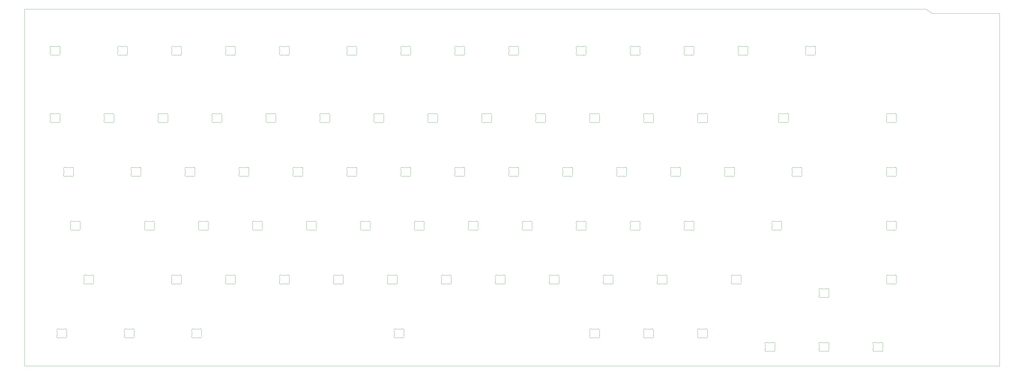
<source format=gbr>
%TF.GenerationSoftware,KiCad,Pcbnew,9.0.2*%
%TF.CreationDate,2025-06-21T15:39:45+05:00*%
%TF.ProjectId,KB75,4b423735-2e6b-4696-9361-645f70636258,V1*%
%TF.SameCoordinates,Original*%
%TF.FileFunction,Profile,NP*%
%FSLAX46Y46*%
G04 Gerber Fmt 4.6, Leading zero omitted, Abs format (unit mm)*
G04 Created by KiCad (PCBNEW 9.0.2) date 2025-06-21 15:39:45*
%MOMM*%
%LPD*%
G01*
G04 APERTURE LIST*
%TA.AperFunction,Profile*%
%ADD10C,0.050000*%
%TD*%
%TA.AperFunction,Profile*%
%ADD11C,0.100000*%
%TD*%
G04 APERTURE END LIST*
D10*
X382035000Y-42197500D02*
X382035000Y-161207500D01*
X39145000Y-40657500D02*
X37754251Y-40657500D01*
X382035000Y-166962500D02*
X39145000Y-166962500D01*
X39145000Y-166962500D02*
X37790000Y-166960000D01*
X39145000Y-40657500D02*
X355991940Y-40657500D01*
X37754251Y-40657500D02*
X37790000Y-166960000D01*
X382035000Y-42197500D02*
X358223964Y-42212553D01*
X358223964Y-42212553D02*
X355991940Y-40657500D01*
X382035000Y-161207500D02*
X382035000Y-166962500D01*
D11*
%TO.C,LED25*%
X237355001Y-79932841D02*
X237355001Y-78527157D01*
X238260548Y-77730000D02*
X239849453Y-77730000D01*
X239849452Y-80729999D02*
X238260548Y-80729999D01*
X240754999Y-78527157D02*
X240754999Y-79932841D01*
X237305516Y-78310279D02*
G75*
G02*
X237355001Y-78527157I-450505J-216876D01*
G01*
X237305516Y-78310279D02*
G75*
G02*
X238008289Y-77661700I450515J216878D01*
G01*
X237355001Y-79932842D02*
G75*
G02*
X237305516Y-80149719I-499990J-1D01*
G01*
X238008289Y-80798296D02*
G75*
G02*
X237305516Y-80149719I-252258J431700D01*
G01*
X238008290Y-80798298D02*
G75*
G02*
X238260548Y-80729999I252261J-431710D01*
G01*
X238260547Y-77729999D02*
G75*
G02*
X238008289Y-77661700I3J500009D01*
G01*
X239849452Y-80729999D02*
G75*
G02*
X240101711Y-80798298I-2J-500011D01*
G01*
X240101711Y-77661701D02*
G75*
G02*
X239849453Y-77730000I-252261J431711D01*
G01*
X240101711Y-77661701D02*
G75*
G02*
X240804483Y-78310279I252259J-431699D01*
G01*
X240754999Y-78527156D02*
G75*
G02*
X240804486Y-78310280I499991J-4D01*
G01*
X240804484Y-80149718D02*
G75*
G02*
X240101711Y-80798298I-450514J-216880D01*
G01*
X240804484Y-80149719D02*
G75*
G02*
X240754981Y-79932841I450516J216919D01*
G01*
%TO.C,LED20*%
X142105001Y-79932841D02*
X142105001Y-78527157D01*
X143010548Y-77730000D02*
X144599453Y-77730000D01*
X144599452Y-80729999D02*
X143010548Y-80729999D01*
X145504999Y-78527157D02*
X145504999Y-79932841D01*
X142055516Y-78310279D02*
G75*
G02*
X142105001Y-78527157I-450505J-216876D01*
G01*
X142055516Y-78310279D02*
G75*
G02*
X142758289Y-77661700I450515J216878D01*
G01*
X142105001Y-79932842D02*
G75*
G02*
X142055516Y-80149719I-499990J-1D01*
G01*
X142758289Y-80798296D02*
G75*
G02*
X142055516Y-80149719I-252258J431700D01*
G01*
X142758290Y-80798298D02*
G75*
G02*
X143010548Y-80729999I252261J-431710D01*
G01*
X143010547Y-77729999D02*
G75*
G02*
X142758289Y-77661700I3J500009D01*
G01*
X144599452Y-80729999D02*
G75*
G02*
X144851711Y-80798298I-2J-500011D01*
G01*
X144851711Y-77661701D02*
G75*
G02*
X144599453Y-77730000I-252261J431711D01*
G01*
X144851711Y-77661701D02*
G75*
G02*
X145554483Y-78310279I252259J-431699D01*
G01*
X145504999Y-78527156D02*
G75*
G02*
X145554486Y-78310280I499991J-4D01*
G01*
X145554484Y-80149718D02*
G75*
G02*
X144851711Y-80798298I-450514J-216880D01*
G01*
X145554484Y-80149719D02*
G75*
G02*
X145504981Y-79932841I450516J216919D01*
G01*
%TO.C,LED51*%
X175442501Y-118032841D02*
X175442501Y-116627157D01*
X176348048Y-115830000D02*
X177936953Y-115830000D01*
X177936952Y-118829999D02*
X176348048Y-118829999D01*
X178842499Y-116627157D02*
X178842499Y-118032841D01*
X175393016Y-116410279D02*
G75*
G02*
X175442501Y-116627157I-450505J-216876D01*
G01*
X175393016Y-116410279D02*
G75*
G02*
X176095789Y-115761700I450515J216878D01*
G01*
X175442501Y-118032842D02*
G75*
G02*
X175393016Y-118249719I-499990J-1D01*
G01*
X176095789Y-118898296D02*
G75*
G02*
X175393016Y-118249719I-252258J431700D01*
G01*
X176095790Y-118898298D02*
G75*
G02*
X176348048Y-118829999I252261J-431710D01*
G01*
X176348047Y-115829999D02*
G75*
G02*
X176095789Y-115761700I3J500009D01*
G01*
X177936952Y-118829999D02*
G75*
G02*
X178189211Y-118898298I-2J-500011D01*
G01*
X178189211Y-115761701D02*
G75*
G02*
X177936953Y-115830000I-252261J431711D01*
G01*
X178189211Y-115761701D02*
G75*
G02*
X178891983Y-116410279I252259J-431699D01*
G01*
X178842499Y-116627156D02*
G75*
G02*
X178891986Y-116410280I499991J-4D01*
G01*
X178891984Y-118249718D02*
G75*
G02*
X178189211Y-118898298I-450514J-216880D01*
G01*
X178891984Y-118249719D02*
G75*
G02*
X178842481Y-118032841I450516J216919D01*
G01*
%TO.C,LED68*%
X242117501Y-137082841D02*
X242117501Y-135677157D01*
X243023048Y-134880000D02*
X244611953Y-134880000D01*
X244611952Y-137879999D02*
X243023048Y-137879999D01*
X245517499Y-135677157D02*
X245517499Y-137082841D01*
X242068016Y-135460279D02*
G75*
G02*
X242117501Y-135677157I-450505J-216876D01*
G01*
X242068016Y-135460279D02*
G75*
G02*
X242770789Y-134811700I450515J216878D01*
G01*
X242117501Y-137082842D02*
G75*
G02*
X242068016Y-137299719I-499990J-1D01*
G01*
X242770789Y-137948296D02*
G75*
G02*
X242068016Y-137299719I-252258J431700D01*
G01*
X242770790Y-137948298D02*
G75*
G02*
X243023048Y-137879999I252261J-431710D01*
G01*
X243023047Y-134879999D02*
G75*
G02*
X242770789Y-134811700I3J500009D01*
G01*
X244611952Y-137879999D02*
G75*
G02*
X244864211Y-137948298I-2J-500011D01*
G01*
X244864211Y-134811701D02*
G75*
G02*
X244611953Y-134880000I-252261J431711D01*
G01*
X244864211Y-134811701D02*
G75*
G02*
X245566983Y-135460279I252259J-431699D01*
G01*
X245517499Y-135677156D02*
G75*
G02*
X245566986Y-135460280I499991J-4D01*
G01*
X245566984Y-137299718D02*
G75*
G02*
X244864211Y-137948298I-450514J-216880D01*
G01*
X245566984Y-137299719D02*
G75*
G02*
X245517481Y-137082841I450516J216919D01*
G01*
%TO.C,LED8*%
X189730001Y-56120341D02*
X189730001Y-54714657D01*
X190635548Y-53917500D02*
X192224453Y-53917500D01*
X192224452Y-56917499D02*
X190635548Y-56917499D01*
X193129999Y-54714657D02*
X193129999Y-56120341D01*
X189680516Y-54497779D02*
G75*
G02*
X189730001Y-54714657I-450505J-216876D01*
G01*
X189680516Y-54497779D02*
G75*
G02*
X190383289Y-53849200I450515J216878D01*
G01*
X189730001Y-56120342D02*
G75*
G02*
X189680516Y-56337219I-499990J-1D01*
G01*
X190383289Y-56985796D02*
G75*
G02*
X189680516Y-56337219I-252258J431700D01*
G01*
X190383290Y-56985798D02*
G75*
G02*
X190635548Y-56917499I252261J-431710D01*
G01*
X190635547Y-53917499D02*
G75*
G02*
X190383289Y-53849200I3J500009D01*
G01*
X192224452Y-56917499D02*
G75*
G02*
X192476711Y-56985798I-2J-500011D01*
G01*
X192476711Y-53849201D02*
G75*
G02*
X192224453Y-53917500I-252261J431711D01*
G01*
X192476711Y-53849201D02*
G75*
G02*
X193179483Y-54497779I252259J-431699D01*
G01*
X193129999Y-54714656D02*
G75*
G02*
X193179486Y-54497780I499991J-4D01*
G01*
X193179484Y-56337218D02*
G75*
G02*
X192476711Y-56985798I-450514J-216880D01*
G01*
X193179484Y-56337219D02*
G75*
G02*
X193129981Y-56120341I450516J216919D01*
G01*
%TO.C,LED63*%
X146867501Y-137082841D02*
X146867501Y-135677157D01*
X147773048Y-134880000D02*
X149361953Y-134880000D01*
X149361952Y-137879999D02*
X147773048Y-137879999D01*
X150267499Y-135677157D02*
X150267499Y-137082841D01*
X146818016Y-135460279D02*
G75*
G02*
X146867501Y-135677157I-450505J-216876D01*
G01*
X146818016Y-135460279D02*
G75*
G02*
X147520789Y-134811700I450515J216878D01*
G01*
X146867501Y-137082842D02*
G75*
G02*
X146818016Y-137299719I-499990J-1D01*
G01*
X147520789Y-137948296D02*
G75*
G02*
X146818016Y-137299719I-252258J431700D01*
G01*
X147520790Y-137948298D02*
G75*
G02*
X147773048Y-137879999I252261J-431710D01*
G01*
X147773047Y-134879999D02*
G75*
G02*
X147520789Y-134811700I3J500009D01*
G01*
X149361952Y-137879999D02*
G75*
G02*
X149614211Y-137948298I-2J-500011D01*
G01*
X149614211Y-134811701D02*
G75*
G02*
X149361953Y-134880000I-252261J431711D01*
G01*
X149614211Y-134811701D02*
G75*
G02*
X150316983Y-135460279I252259J-431699D01*
G01*
X150267499Y-135677156D02*
G75*
G02*
X150316986Y-135460280I499991J-4D01*
G01*
X150316984Y-137299718D02*
G75*
G02*
X149614211Y-137948298I-450514J-216880D01*
G01*
X150316984Y-137299719D02*
G75*
G02*
X150267481Y-137082841I450516J216919D01*
G01*
%TO.C,LED19*%
X123055001Y-79932841D02*
X123055001Y-78527157D01*
X123960548Y-77730000D02*
X125549453Y-77730000D01*
X125549452Y-80729999D02*
X123960548Y-80729999D01*
X126454999Y-78527157D02*
X126454999Y-79932841D01*
X123005516Y-78310279D02*
G75*
G02*
X123055001Y-78527157I-450505J-216876D01*
G01*
X123005516Y-78310279D02*
G75*
G02*
X123708289Y-77661700I450515J216878D01*
G01*
X123055001Y-79932842D02*
G75*
G02*
X123005516Y-80149719I-499990J-1D01*
G01*
X123708289Y-80798296D02*
G75*
G02*
X123005516Y-80149719I-252258J431700D01*
G01*
X123708290Y-80798298D02*
G75*
G02*
X123960548Y-80729999I252261J-431710D01*
G01*
X123960547Y-77729999D02*
G75*
G02*
X123708289Y-77661700I3J500009D01*
G01*
X125549452Y-80729999D02*
G75*
G02*
X125801711Y-80798298I-2J-500011D01*
G01*
X125801711Y-77661701D02*
G75*
G02*
X125549453Y-77730000I-252261J431711D01*
G01*
X125801711Y-77661701D02*
G75*
G02*
X126504483Y-78310279I252259J-431699D01*
G01*
X126454999Y-78527156D02*
G75*
G02*
X126504486Y-78310280I499991J-4D01*
G01*
X126504484Y-80149718D02*
G75*
G02*
X125801711Y-80798298I-450514J-216880D01*
G01*
X126504484Y-80149719D02*
G75*
G02*
X126454981Y-79932841I450516J216919D01*
G01*
%TO.C,LED5*%
X127817501Y-56120341D02*
X127817501Y-54714657D01*
X128723048Y-53917500D02*
X130311953Y-53917500D01*
X130311952Y-56917499D02*
X128723048Y-56917499D01*
X131217499Y-54714657D02*
X131217499Y-56120341D01*
X127768016Y-54497779D02*
G75*
G02*
X127817501Y-54714657I-450505J-216876D01*
G01*
X127768016Y-54497779D02*
G75*
G02*
X128470789Y-53849200I450515J216878D01*
G01*
X127817501Y-56120342D02*
G75*
G02*
X127768016Y-56337219I-499990J-1D01*
G01*
X128470789Y-56985796D02*
G75*
G02*
X127768016Y-56337219I-252258J431700D01*
G01*
X128470790Y-56985798D02*
G75*
G02*
X128723048Y-56917499I252261J-431710D01*
G01*
X128723047Y-53917499D02*
G75*
G02*
X128470789Y-53849200I3J500009D01*
G01*
X130311952Y-56917499D02*
G75*
G02*
X130564211Y-56985798I-2J-500011D01*
G01*
X130564211Y-53849201D02*
G75*
G02*
X130311953Y-53917500I-252261J431711D01*
G01*
X130564211Y-53849201D02*
G75*
G02*
X131266983Y-54497779I252259J-431699D01*
G01*
X131217499Y-54714656D02*
G75*
G02*
X131266986Y-54497780I499991J-4D01*
G01*
X131266984Y-56337218D02*
G75*
G02*
X130564211Y-56985798I-450514J-216880D01*
G01*
X131266984Y-56337219D02*
G75*
G02*
X131217481Y-56120341I450516J216919D01*
G01*
%TO.C,LED30*%
X51617501Y-98982841D02*
X51617501Y-97577157D01*
X52523048Y-96780000D02*
X54111953Y-96780000D01*
X54111952Y-99779999D02*
X52523048Y-99779999D01*
X55017499Y-97577157D02*
X55017499Y-98982841D01*
X51568016Y-97360279D02*
G75*
G02*
X51617501Y-97577157I-450505J-216876D01*
G01*
X51568016Y-97360279D02*
G75*
G02*
X52270789Y-96711700I450515J216878D01*
G01*
X51617501Y-98982842D02*
G75*
G02*
X51568016Y-99199719I-499990J-1D01*
G01*
X52270789Y-99848296D02*
G75*
G02*
X51568016Y-99199719I-252258J431700D01*
G01*
X52270790Y-99848298D02*
G75*
G02*
X52523048Y-99779999I252261J-431710D01*
G01*
X52523047Y-96779999D02*
G75*
G02*
X52270789Y-96711700I3J500009D01*
G01*
X54111952Y-99779999D02*
G75*
G02*
X54364211Y-99848298I-2J-500011D01*
G01*
X54364211Y-96711701D02*
G75*
G02*
X54111953Y-96780000I-252261J431711D01*
G01*
X54364211Y-96711701D02*
G75*
G02*
X55066983Y-97360279I252259J-431699D01*
G01*
X55017499Y-97577156D02*
G75*
G02*
X55066986Y-97360280I499991J-4D01*
G01*
X55066984Y-99199718D02*
G75*
G02*
X54364211Y-99848298I-450514J-216880D01*
G01*
X55066984Y-99199719D02*
G75*
G02*
X55017481Y-98982841I450516J216919D01*
G01*
%TO.C,LED29*%
X342130001Y-79932841D02*
X342130001Y-78527157D01*
X343035548Y-77730000D02*
X344624453Y-77730000D01*
X344624452Y-80729999D02*
X343035548Y-80729999D01*
X345529999Y-78527157D02*
X345529999Y-79932841D01*
X342080516Y-78310279D02*
G75*
G02*
X342130001Y-78527157I-450505J-216876D01*
G01*
X342080516Y-78310279D02*
G75*
G02*
X342783289Y-77661700I450515J216878D01*
G01*
X342130001Y-79932842D02*
G75*
G02*
X342080516Y-80149719I-499990J-1D01*
G01*
X342783289Y-80798296D02*
G75*
G02*
X342080516Y-80149719I-252258J431700D01*
G01*
X342783290Y-80798298D02*
G75*
G02*
X343035548Y-80729999I252261J-431710D01*
G01*
X343035547Y-77729999D02*
G75*
G02*
X342783289Y-77661700I3J500009D01*
G01*
X344624452Y-80729999D02*
G75*
G02*
X344876711Y-80798298I-2J-500011D01*
G01*
X344876711Y-77661701D02*
G75*
G02*
X344624453Y-77730000I-252261J431711D01*
G01*
X344876711Y-77661701D02*
G75*
G02*
X345579483Y-78310279I252259J-431699D01*
G01*
X345529999Y-78527156D02*
G75*
G02*
X345579486Y-78310280I499991J-4D01*
G01*
X345579484Y-80149718D02*
G75*
G02*
X344876711Y-80798298I-450514J-216880D01*
G01*
X345579484Y-80149719D02*
G75*
G02*
X345529981Y-79932841I450516J216919D01*
G01*
%TO.C,LED73*%
X49236251Y-156132841D02*
X49236251Y-154727157D01*
X50141798Y-153930000D02*
X51730703Y-153930000D01*
X51730702Y-156929999D02*
X50141798Y-156929999D01*
X52636249Y-154727157D02*
X52636249Y-156132841D01*
X49186766Y-154510279D02*
G75*
G02*
X49236251Y-154727157I-450505J-216876D01*
G01*
X49186766Y-154510279D02*
G75*
G02*
X49889539Y-153861700I450515J216878D01*
G01*
X49236251Y-156132842D02*
G75*
G02*
X49186766Y-156349719I-499990J-1D01*
G01*
X49889539Y-156998296D02*
G75*
G02*
X49186766Y-156349719I-252258J431700D01*
G01*
X49889540Y-156998298D02*
G75*
G02*
X50141798Y-156929999I252261J-431710D01*
G01*
X50141797Y-153929999D02*
G75*
G02*
X49889539Y-153861700I3J500009D01*
G01*
X51730702Y-156929999D02*
G75*
G02*
X51982961Y-156998298I-2J-500011D01*
G01*
X51982961Y-153861701D02*
G75*
G02*
X51730703Y-153930000I-252261J431711D01*
G01*
X51982961Y-153861701D02*
G75*
G02*
X52685733Y-154510279I252259J-431699D01*
G01*
X52636249Y-154727156D02*
G75*
G02*
X52685736Y-154510280I499991J-4D01*
G01*
X52685734Y-156349718D02*
G75*
G02*
X51982961Y-156998298I-450514J-216880D01*
G01*
X52685734Y-156349719D02*
G75*
G02*
X52636231Y-156132841I450516J216919D01*
G01*
%TO.C,LED21*%
X161155001Y-79932841D02*
X161155001Y-78527157D01*
X162060548Y-77730000D02*
X163649453Y-77730000D01*
X163649452Y-80729999D02*
X162060548Y-80729999D01*
X164554999Y-78527157D02*
X164554999Y-79932841D01*
X161105516Y-78310279D02*
G75*
G02*
X161155001Y-78527157I-450505J-216876D01*
G01*
X161105516Y-78310279D02*
G75*
G02*
X161808289Y-77661700I450515J216878D01*
G01*
X161155001Y-79932842D02*
G75*
G02*
X161105516Y-80149719I-499990J-1D01*
G01*
X161808289Y-80798296D02*
G75*
G02*
X161105516Y-80149719I-252258J431700D01*
G01*
X161808290Y-80798298D02*
G75*
G02*
X162060548Y-80729999I252261J-431710D01*
G01*
X162060547Y-77729999D02*
G75*
G02*
X161808289Y-77661700I3J500009D01*
G01*
X163649452Y-80729999D02*
G75*
G02*
X163901711Y-80798298I-2J-500011D01*
G01*
X163901711Y-77661701D02*
G75*
G02*
X163649453Y-77730000I-252261J431711D01*
G01*
X163901711Y-77661701D02*
G75*
G02*
X164604483Y-78310279I252259J-431699D01*
G01*
X164554999Y-78527156D02*
G75*
G02*
X164604486Y-78310280I499991J-4D01*
G01*
X164604484Y-80149718D02*
G75*
G02*
X163901711Y-80798298I-450514J-216880D01*
G01*
X164604484Y-80149719D02*
G75*
G02*
X164554981Y-79932841I450516J216919D01*
G01*
%TO.C,LED42*%
X284980001Y-98982841D02*
X284980001Y-97577157D01*
X285885548Y-96780000D02*
X287474453Y-96780000D01*
X287474452Y-99779999D02*
X285885548Y-99779999D01*
X288379999Y-97577157D02*
X288379999Y-98982841D01*
X284930516Y-97360279D02*
G75*
G02*
X284980001Y-97577157I-450505J-216876D01*
G01*
X284930516Y-97360279D02*
G75*
G02*
X285633289Y-96711700I450515J216878D01*
G01*
X284980001Y-98982842D02*
G75*
G02*
X284930516Y-99199719I-499990J-1D01*
G01*
X285633289Y-99848296D02*
G75*
G02*
X284930516Y-99199719I-252258J431700D01*
G01*
X285633290Y-99848298D02*
G75*
G02*
X285885548Y-99779999I252261J-431710D01*
G01*
X285885547Y-96779999D02*
G75*
G02*
X285633289Y-96711700I3J500009D01*
G01*
X287474452Y-99779999D02*
G75*
G02*
X287726711Y-99848298I-2J-500011D01*
G01*
X287726711Y-96711701D02*
G75*
G02*
X287474453Y-96780000I-252261J431711D01*
G01*
X287726711Y-96711701D02*
G75*
G02*
X288429483Y-97360279I252259J-431699D01*
G01*
X288379999Y-97577156D02*
G75*
G02*
X288429486Y-97360280I499991J-4D01*
G01*
X288429484Y-99199718D02*
G75*
G02*
X287726711Y-99848298I-450514J-216880D01*
G01*
X288429484Y-99199719D02*
G75*
G02*
X288379981Y-98982841I450516J216919D01*
G01*
%TO.C,LED55*%
X251642501Y-118032841D02*
X251642501Y-116627157D01*
X252548048Y-115830000D02*
X254136953Y-115830000D01*
X254136952Y-118829999D02*
X252548048Y-118829999D01*
X255042499Y-116627157D02*
X255042499Y-118032841D01*
X251593016Y-116410279D02*
G75*
G02*
X251642501Y-116627157I-450505J-216876D01*
G01*
X251593016Y-116410279D02*
G75*
G02*
X252295789Y-115761700I450515J216878D01*
G01*
X251642501Y-118032842D02*
G75*
G02*
X251593016Y-118249719I-499990J-1D01*
G01*
X252295789Y-118898296D02*
G75*
G02*
X251593016Y-118249719I-252258J431700D01*
G01*
X252295790Y-118898298D02*
G75*
G02*
X252548048Y-118829999I252261J-431710D01*
G01*
X252548047Y-115829999D02*
G75*
G02*
X252295789Y-115761700I3J500009D01*
G01*
X254136952Y-118829999D02*
G75*
G02*
X254389211Y-118898298I-2J-500011D01*
G01*
X254389211Y-115761701D02*
G75*
G02*
X254136953Y-115830000I-252261J431711D01*
G01*
X254389211Y-115761701D02*
G75*
G02*
X255091983Y-116410279I252259J-431699D01*
G01*
X255042499Y-116627156D02*
G75*
G02*
X255091986Y-116410280I499991J-4D01*
G01*
X255091984Y-118249718D02*
G75*
G02*
X254389211Y-118898298I-450514J-216880D01*
G01*
X255091984Y-118249719D02*
G75*
G02*
X255042481Y-118032841I450516J216919D01*
G01*
%TO.C,LED40*%
X246880001Y-98982841D02*
X246880001Y-97577157D01*
X247785548Y-96780000D02*
X249374453Y-96780000D01*
X249374452Y-99779999D02*
X247785548Y-99779999D01*
X250279999Y-97577157D02*
X250279999Y-98982841D01*
X246830516Y-97360279D02*
G75*
G02*
X246880001Y-97577157I-450505J-216876D01*
G01*
X246830516Y-97360279D02*
G75*
G02*
X247533289Y-96711700I450515J216878D01*
G01*
X246880001Y-98982842D02*
G75*
G02*
X246830516Y-99199719I-499990J-1D01*
G01*
X247533289Y-99848296D02*
G75*
G02*
X246830516Y-99199719I-252258J431700D01*
G01*
X247533290Y-99848298D02*
G75*
G02*
X247785548Y-99779999I252261J-431710D01*
G01*
X247785547Y-96779999D02*
G75*
G02*
X247533289Y-96711700I3J500009D01*
G01*
X249374452Y-99779999D02*
G75*
G02*
X249626711Y-99848298I-2J-500011D01*
G01*
X249626711Y-96711701D02*
G75*
G02*
X249374453Y-96780000I-252261J431711D01*
G01*
X249626711Y-96711701D02*
G75*
G02*
X250329483Y-97360279I252259J-431699D01*
G01*
X250279999Y-97577156D02*
G75*
G02*
X250329486Y-97360280I499991J-4D01*
G01*
X250329484Y-99199718D02*
G75*
G02*
X249626711Y-99848298I-450514J-216880D01*
G01*
X250329484Y-99199719D02*
G75*
G02*
X250279981Y-98982841I450516J216919D01*
G01*
%TO.C,LED26*%
X256405001Y-79932841D02*
X256405001Y-78527157D01*
X257310548Y-77730000D02*
X258899453Y-77730000D01*
X258899452Y-80729999D02*
X257310548Y-80729999D01*
X259804999Y-78527157D02*
X259804999Y-79932841D01*
X256355516Y-78310279D02*
G75*
G02*
X256405001Y-78527157I-450505J-216876D01*
G01*
X256355516Y-78310279D02*
G75*
G02*
X257058289Y-77661700I450515J216878D01*
G01*
X256405001Y-79932842D02*
G75*
G02*
X256355516Y-80149719I-499990J-1D01*
G01*
X257058289Y-80798296D02*
G75*
G02*
X256355516Y-80149719I-252258J431700D01*
G01*
X257058290Y-80798298D02*
G75*
G02*
X257310548Y-80729999I252261J-431710D01*
G01*
X257310547Y-77729999D02*
G75*
G02*
X257058289Y-77661700I3J500009D01*
G01*
X258899452Y-80729999D02*
G75*
G02*
X259151711Y-80798298I-2J-500011D01*
G01*
X259151711Y-77661701D02*
G75*
G02*
X258899453Y-77730000I-252261J431711D01*
G01*
X259151711Y-77661701D02*
G75*
G02*
X259854483Y-78310279I252259J-431699D01*
G01*
X259804999Y-78527156D02*
G75*
G02*
X259854486Y-78310280I499991J-4D01*
G01*
X259854484Y-80149718D02*
G75*
G02*
X259151711Y-80798298I-450514J-216880D01*
G01*
X259854484Y-80149719D02*
G75*
G02*
X259804981Y-79932841I450516J216919D01*
G01*
%TO.C,LED3*%
X89717501Y-56120341D02*
X89717501Y-54714657D01*
X90623048Y-53917500D02*
X92211953Y-53917500D01*
X92211952Y-56917499D02*
X90623048Y-56917499D01*
X93117499Y-54714657D02*
X93117499Y-56120341D01*
X89668016Y-54497779D02*
G75*
G02*
X89717501Y-54714657I-450505J-216876D01*
G01*
X89668016Y-54497779D02*
G75*
G02*
X90370789Y-53849200I450515J216878D01*
G01*
X89717501Y-56120342D02*
G75*
G02*
X89668016Y-56337219I-499990J-1D01*
G01*
X90370789Y-56985796D02*
G75*
G02*
X89668016Y-56337219I-252258J431700D01*
G01*
X90370790Y-56985798D02*
G75*
G02*
X90623048Y-56917499I252261J-431710D01*
G01*
X90623047Y-53917499D02*
G75*
G02*
X90370789Y-53849200I3J500009D01*
G01*
X92211952Y-56917499D02*
G75*
G02*
X92464211Y-56985798I-2J-500011D01*
G01*
X92464211Y-53849201D02*
G75*
G02*
X92211953Y-53917500I-252261J431711D01*
G01*
X92464211Y-53849201D02*
G75*
G02*
X93166983Y-54497779I252259J-431699D01*
G01*
X93117499Y-54714656D02*
G75*
G02*
X93166986Y-54497780I499991J-4D01*
G01*
X93166984Y-56337218D02*
G75*
G02*
X92464211Y-56985798I-450514J-216880D01*
G01*
X93166984Y-56337219D02*
G75*
G02*
X93117481Y-56120341I450516J216919D01*
G01*
%TO.C,LED38*%
X208780001Y-98982841D02*
X208780001Y-97577157D01*
X209685548Y-96780000D02*
X211274453Y-96780000D01*
X211274452Y-99779999D02*
X209685548Y-99779999D01*
X212179999Y-97577157D02*
X212179999Y-98982841D01*
X208730516Y-97360279D02*
G75*
G02*
X208780001Y-97577157I-450505J-216876D01*
G01*
X208730516Y-97360279D02*
G75*
G02*
X209433289Y-96711700I450515J216878D01*
G01*
X208780001Y-98982842D02*
G75*
G02*
X208730516Y-99199719I-499990J-1D01*
G01*
X209433289Y-99848296D02*
G75*
G02*
X208730516Y-99199719I-252258J431700D01*
G01*
X209433290Y-99848298D02*
G75*
G02*
X209685548Y-99779999I252261J-431710D01*
G01*
X209685547Y-96779999D02*
G75*
G02*
X209433289Y-96711700I3J500009D01*
G01*
X211274452Y-99779999D02*
G75*
G02*
X211526711Y-99848298I-2J-500011D01*
G01*
X211526711Y-96711701D02*
G75*
G02*
X211274453Y-96780000I-252261J431711D01*
G01*
X211526711Y-96711701D02*
G75*
G02*
X212229483Y-97360279I252259J-431699D01*
G01*
X212179999Y-97577156D02*
G75*
G02*
X212229486Y-97360280I499991J-4D01*
G01*
X212229484Y-99199718D02*
G75*
G02*
X211526711Y-99848298I-450514J-216880D01*
G01*
X212229484Y-99199719D02*
G75*
G02*
X212179981Y-98982841I450516J216919D01*
G01*
%TO.C,LED76*%
X168298751Y-156132841D02*
X168298751Y-154727157D01*
X169204298Y-153930000D02*
X170793203Y-153930000D01*
X170793202Y-156929999D02*
X169204298Y-156929999D01*
X171698749Y-154727157D02*
X171698749Y-156132841D01*
X168249266Y-154510279D02*
G75*
G02*
X168298751Y-154727157I-450505J-216876D01*
G01*
X168249266Y-154510279D02*
G75*
G02*
X168952039Y-153861700I450515J216878D01*
G01*
X168298751Y-156132842D02*
G75*
G02*
X168249266Y-156349719I-499990J-1D01*
G01*
X168952039Y-156998296D02*
G75*
G02*
X168249266Y-156349719I-252258J431700D01*
G01*
X168952040Y-156998298D02*
G75*
G02*
X169204298Y-156929999I252261J-431710D01*
G01*
X169204297Y-153929999D02*
G75*
G02*
X168952039Y-153861700I3J500009D01*
G01*
X170793202Y-156929999D02*
G75*
G02*
X171045461Y-156998298I-2J-500011D01*
G01*
X171045461Y-153861701D02*
G75*
G02*
X170793203Y-153930000I-252261J431711D01*
G01*
X171045461Y-153861701D02*
G75*
G02*
X171748233Y-154510279I252259J-431699D01*
G01*
X171698749Y-154727156D02*
G75*
G02*
X171748236Y-154510280I499991J-4D01*
G01*
X171748234Y-156349718D02*
G75*
G02*
X171045461Y-156998298I-450514J-216880D01*
G01*
X171748234Y-156349719D02*
G75*
G02*
X171698731Y-156132841I450516J216919D01*
G01*
%TO.C,LED80*%
X299267501Y-160895341D02*
X299267501Y-159489657D01*
X300173048Y-158692500D02*
X301761953Y-158692500D01*
X301761952Y-161692499D02*
X300173048Y-161692499D01*
X302667499Y-159489657D02*
X302667499Y-160895341D01*
X299218016Y-159272779D02*
G75*
G02*
X299267501Y-159489657I-450505J-216876D01*
G01*
X299218016Y-159272779D02*
G75*
G02*
X299920789Y-158624200I450515J216878D01*
G01*
X299267501Y-160895342D02*
G75*
G02*
X299218016Y-161112219I-499990J-1D01*
G01*
X299920789Y-161760796D02*
G75*
G02*
X299218016Y-161112219I-252258J431700D01*
G01*
X299920790Y-161760798D02*
G75*
G02*
X300173048Y-161692499I252261J-431710D01*
G01*
X300173047Y-158692499D02*
G75*
G02*
X299920789Y-158624200I3J500009D01*
G01*
X301761952Y-161692499D02*
G75*
G02*
X302014211Y-161760798I-2J-500011D01*
G01*
X302014211Y-158624201D02*
G75*
G02*
X301761953Y-158692500I-252261J431711D01*
G01*
X302014211Y-158624201D02*
G75*
G02*
X302716983Y-159272779I252259J-431699D01*
G01*
X302667499Y-159489656D02*
G75*
G02*
X302716986Y-159272780I499991J-4D01*
G01*
X302716984Y-161112218D02*
G75*
G02*
X302014211Y-161760798I-450514J-216880D01*
G01*
X302716984Y-161112219D02*
G75*
G02*
X302667481Y-160895341I450516J216919D01*
G01*
%TO.C,LED13*%
X289742501Y-56120341D02*
X289742501Y-54714657D01*
X290648048Y-53917500D02*
X292236953Y-53917500D01*
X292236952Y-56917499D02*
X290648048Y-56917499D01*
X293142499Y-54714657D02*
X293142499Y-56120341D01*
X289693016Y-54497779D02*
G75*
G02*
X289742501Y-54714657I-450505J-216876D01*
G01*
X289693016Y-54497779D02*
G75*
G02*
X290395789Y-53849200I450515J216878D01*
G01*
X289742501Y-56120342D02*
G75*
G02*
X289693016Y-56337219I-499990J-1D01*
G01*
X290395789Y-56985796D02*
G75*
G02*
X289693016Y-56337219I-252258J431700D01*
G01*
X290395790Y-56985798D02*
G75*
G02*
X290648048Y-56917499I252261J-431710D01*
G01*
X290648047Y-53917499D02*
G75*
G02*
X290395789Y-53849200I3J500009D01*
G01*
X292236952Y-56917499D02*
G75*
G02*
X292489211Y-56985798I-2J-500011D01*
G01*
X292489211Y-53849201D02*
G75*
G02*
X292236953Y-53917500I-252261J431711D01*
G01*
X292489211Y-53849201D02*
G75*
G02*
X293191983Y-54497779I252259J-431699D01*
G01*
X293142499Y-54714656D02*
G75*
G02*
X293191986Y-54497780I499991J-4D01*
G01*
X293191984Y-56337218D02*
G75*
G02*
X292489211Y-56985798I-450514J-216880D01*
G01*
X293191984Y-56337219D02*
G75*
G02*
X293142481Y-56120341I450516J216919D01*
G01*
%TO.C,LED18*%
X104005001Y-79932841D02*
X104005001Y-78527157D01*
X104910548Y-77730000D02*
X106499453Y-77730000D01*
X106499452Y-80729999D02*
X104910548Y-80729999D01*
X107404999Y-78527157D02*
X107404999Y-79932841D01*
X103955516Y-78310279D02*
G75*
G02*
X104005001Y-78527157I-450505J-216876D01*
G01*
X103955516Y-78310279D02*
G75*
G02*
X104658289Y-77661700I450515J216878D01*
G01*
X104005001Y-79932842D02*
G75*
G02*
X103955516Y-80149719I-499990J-1D01*
G01*
X104658289Y-80798296D02*
G75*
G02*
X103955516Y-80149719I-252258J431700D01*
G01*
X104658290Y-80798298D02*
G75*
G02*
X104910548Y-80729999I252261J-431710D01*
G01*
X104910547Y-77729999D02*
G75*
G02*
X104658289Y-77661700I3J500009D01*
G01*
X106499452Y-80729999D02*
G75*
G02*
X106751711Y-80798298I-2J-500011D01*
G01*
X106751711Y-77661701D02*
G75*
G02*
X106499453Y-77730000I-252261J431711D01*
G01*
X106751711Y-77661701D02*
G75*
G02*
X107454483Y-78310279I252259J-431699D01*
G01*
X107404999Y-78527156D02*
G75*
G02*
X107454486Y-78310280I499991J-4D01*
G01*
X107454484Y-80149718D02*
G75*
G02*
X106751711Y-80798298I-450514J-216880D01*
G01*
X107454484Y-80149719D02*
G75*
G02*
X107404981Y-79932841I450516J216919D01*
G01*
%TO.C,LED22*%
X180205001Y-79932841D02*
X180205001Y-78527157D01*
X181110548Y-77730000D02*
X182699453Y-77730000D01*
X182699452Y-80729999D02*
X181110548Y-80729999D01*
X183604999Y-78527157D02*
X183604999Y-79932841D01*
X180155516Y-78310279D02*
G75*
G02*
X180205001Y-78527157I-450505J-216876D01*
G01*
X180155516Y-78310279D02*
G75*
G02*
X180858289Y-77661700I450515J216878D01*
G01*
X180205001Y-79932842D02*
G75*
G02*
X180155516Y-80149719I-499990J-1D01*
G01*
X180858289Y-80798296D02*
G75*
G02*
X180155516Y-80149719I-252258J431700D01*
G01*
X180858290Y-80798298D02*
G75*
G02*
X181110548Y-80729999I252261J-431710D01*
G01*
X181110547Y-77729999D02*
G75*
G02*
X180858289Y-77661700I3J500009D01*
G01*
X182699452Y-80729999D02*
G75*
G02*
X182951711Y-80798298I-2J-500011D01*
G01*
X182951711Y-77661701D02*
G75*
G02*
X182699453Y-77730000I-252261J431711D01*
G01*
X182951711Y-77661701D02*
G75*
G02*
X183654483Y-78310279I252259J-431699D01*
G01*
X183604999Y-78527156D02*
G75*
G02*
X183654486Y-78310280I499991J-4D01*
G01*
X183654484Y-80149718D02*
G75*
G02*
X182951711Y-80798298I-450514J-216880D01*
G01*
X183654484Y-80149719D02*
G75*
G02*
X183604981Y-79932841I450516J216919D01*
G01*
%TO.C,LED27*%
X275455001Y-79932841D02*
X275455001Y-78527157D01*
X276360548Y-77730000D02*
X277949453Y-77730000D01*
X277949452Y-80729999D02*
X276360548Y-80729999D01*
X278854999Y-78527157D02*
X278854999Y-79932841D01*
X275405516Y-78310279D02*
G75*
G02*
X275455001Y-78527157I-450505J-216876D01*
G01*
X275405516Y-78310279D02*
G75*
G02*
X276108289Y-77661700I450515J216878D01*
G01*
X275455001Y-79932842D02*
G75*
G02*
X275405516Y-80149719I-499990J-1D01*
G01*
X276108289Y-80798296D02*
G75*
G02*
X275405516Y-80149719I-252258J431700D01*
G01*
X276108290Y-80798298D02*
G75*
G02*
X276360548Y-80729999I252261J-431710D01*
G01*
X276360547Y-77729999D02*
G75*
G02*
X276108289Y-77661700I3J500009D01*
G01*
X277949452Y-80729999D02*
G75*
G02*
X278201711Y-80798298I-2J-500011D01*
G01*
X278201711Y-77661701D02*
G75*
G02*
X277949453Y-77730000I-252261J431711D01*
G01*
X278201711Y-77661701D02*
G75*
G02*
X278904483Y-78310279I252259J-431699D01*
G01*
X278854999Y-78527156D02*
G75*
G02*
X278904486Y-78310280I499991J-4D01*
G01*
X278904484Y-80149718D02*
G75*
G02*
X278201711Y-80798298I-450514J-216880D01*
G01*
X278904484Y-80149719D02*
G75*
G02*
X278854981Y-79932841I450516J216919D01*
G01*
%TO.C,LED77*%
X237355001Y-156132841D02*
X237355001Y-154727157D01*
X238260548Y-153930000D02*
X239849453Y-153930000D01*
X239849452Y-156929999D02*
X238260548Y-156929999D01*
X240754999Y-154727157D02*
X240754999Y-156132841D01*
X237305516Y-154510279D02*
G75*
G02*
X237355001Y-154727157I-450505J-216876D01*
G01*
X237305516Y-154510279D02*
G75*
G02*
X238008289Y-153861700I450515J216878D01*
G01*
X237355001Y-156132842D02*
G75*
G02*
X237305516Y-156349719I-499990J-1D01*
G01*
X238008289Y-156998296D02*
G75*
G02*
X237305516Y-156349719I-252258J431700D01*
G01*
X238008290Y-156998298D02*
G75*
G02*
X238260548Y-156929999I252261J-431710D01*
G01*
X238260547Y-153929999D02*
G75*
G02*
X238008289Y-153861700I3J500009D01*
G01*
X239849452Y-156929999D02*
G75*
G02*
X240101711Y-156998298I-2J-500011D01*
G01*
X240101711Y-153861701D02*
G75*
G02*
X239849453Y-153930000I-252261J431711D01*
G01*
X240101711Y-153861701D02*
G75*
G02*
X240804483Y-154510279I252259J-431699D01*
G01*
X240754999Y-154727156D02*
G75*
G02*
X240804486Y-154510280I499991J-4D01*
G01*
X240804484Y-156349718D02*
G75*
G02*
X240101711Y-156998298I-450514J-216880D01*
G01*
X240804484Y-156349719D02*
G75*
G02*
X240754981Y-156132841I450516J216919D01*
G01*
%TO.C,LED24*%
X218305001Y-79932841D02*
X218305001Y-78527157D01*
X219210548Y-77730000D02*
X220799453Y-77730000D01*
X220799452Y-80729999D02*
X219210548Y-80729999D01*
X221704999Y-78527157D02*
X221704999Y-79932841D01*
X218255516Y-78310279D02*
G75*
G02*
X218305001Y-78527157I-450505J-216876D01*
G01*
X218255516Y-78310279D02*
G75*
G02*
X218958289Y-77661700I450515J216878D01*
G01*
X218305001Y-79932842D02*
G75*
G02*
X218255516Y-80149719I-499990J-1D01*
G01*
X218958289Y-80798296D02*
G75*
G02*
X218255516Y-80149719I-252258J431700D01*
G01*
X218958290Y-80798298D02*
G75*
G02*
X219210548Y-80729999I252261J-431710D01*
G01*
X219210547Y-77729999D02*
G75*
G02*
X218958289Y-77661700I3J500009D01*
G01*
X220799452Y-80729999D02*
G75*
G02*
X221051711Y-80798298I-2J-500011D01*
G01*
X221051711Y-77661701D02*
G75*
G02*
X220799453Y-77730000I-252261J431711D01*
G01*
X221051711Y-77661701D02*
G75*
G02*
X221754483Y-78310279I252259J-431699D01*
G01*
X221704999Y-78527156D02*
G75*
G02*
X221754486Y-78310280I499991J-4D01*
G01*
X221754484Y-80149718D02*
G75*
G02*
X221051711Y-80798298I-450514J-216880D01*
G01*
X221754484Y-80149719D02*
G75*
G02*
X221704981Y-79932841I450516J216919D01*
G01*
%TO.C,LED44*%
X342130001Y-98982841D02*
X342130001Y-97577157D01*
X343035548Y-96780000D02*
X344624453Y-96780000D01*
X344624452Y-99779999D02*
X343035548Y-99779999D01*
X345529999Y-97577157D02*
X345529999Y-98982841D01*
X342080516Y-97360279D02*
G75*
G02*
X342130001Y-97577157I-450505J-216876D01*
G01*
X342080516Y-97360279D02*
G75*
G02*
X342783289Y-96711700I450515J216878D01*
G01*
X342130001Y-98982842D02*
G75*
G02*
X342080516Y-99199719I-499990J-1D01*
G01*
X342783289Y-99848296D02*
G75*
G02*
X342080516Y-99199719I-252258J431700D01*
G01*
X342783290Y-99848298D02*
G75*
G02*
X343035548Y-99779999I252261J-431710D01*
G01*
X343035547Y-96779999D02*
G75*
G02*
X342783289Y-96711700I3J500009D01*
G01*
X344624452Y-99779999D02*
G75*
G02*
X344876711Y-99848298I-2J-500011D01*
G01*
X344876711Y-96711701D02*
G75*
G02*
X344624453Y-96780000I-252261J431711D01*
G01*
X344876711Y-96711701D02*
G75*
G02*
X345579483Y-97360279I252259J-431699D01*
G01*
X345529999Y-97577156D02*
G75*
G02*
X345579486Y-97360280I499991J-4D01*
G01*
X345579484Y-99199718D02*
G75*
G02*
X344876711Y-99848298I-450514J-216880D01*
G01*
X345579484Y-99199719D02*
G75*
G02*
X345529981Y-98982841I450516J216919D01*
G01*
%TO.C,LED67*%
X223067501Y-137082841D02*
X223067501Y-135677157D01*
X223973048Y-134880000D02*
X225561953Y-134880000D01*
X225561952Y-137879999D02*
X223973048Y-137879999D01*
X226467499Y-135677157D02*
X226467499Y-137082841D01*
X223018016Y-135460279D02*
G75*
G02*
X223067501Y-135677157I-450505J-216876D01*
G01*
X223018016Y-135460279D02*
G75*
G02*
X223720789Y-134811700I450515J216878D01*
G01*
X223067501Y-137082842D02*
G75*
G02*
X223018016Y-137299719I-499990J-1D01*
G01*
X223720789Y-137948296D02*
G75*
G02*
X223018016Y-137299719I-252258J431700D01*
G01*
X223720790Y-137948298D02*
G75*
G02*
X223973048Y-137879999I252261J-431710D01*
G01*
X223973047Y-134879999D02*
G75*
G02*
X223720789Y-134811700I3J500009D01*
G01*
X225561952Y-137879999D02*
G75*
G02*
X225814211Y-137948298I-2J-500011D01*
G01*
X225814211Y-134811701D02*
G75*
G02*
X225561953Y-134880000I-252261J431711D01*
G01*
X225814211Y-134811701D02*
G75*
G02*
X226516983Y-135460279I252259J-431699D01*
G01*
X226467499Y-135677156D02*
G75*
G02*
X226516986Y-135460280I499991J-4D01*
G01*
X226516984Y-137299718D02*
G75*
G02*
X225814211Y-137948298I-450514J-216880D01*
G01*
X226516984Y-137299719D02*
G75*
G02*
X226467481Y-137082841I450516J216919D01*
G01*
%TO.C,LED74*%
X73048751Y-156132841D02*
X73048751Y-154727157D01*
X73954298Y-153930000D02*
X75543203Y-153930000D01*
X75543202Y-156929999D02*
X73954298Y-156929999D01*
X76448749Y-154727157D02*
X76448749Y-156132841D01*
X72999266Y-154510279D02*
G75*
G02*
X73048751Y-154727157I-450505J-216876D01*
G01*
X72999266Y-154510279D02*
G75*
G02*
X73702039Y-153861700I450515J216878D01*
G01*
X73048751Y-156132842D02*
G75*
G02*
X72999266Y-156349719I-499990J-1D01*
G01*
X73702039Y-156998296D02*
G75*
G02*
X72999266Y-156349719I-252258J431700D01*
G01*
X73702040Y-156998298D02*
G75*
G02*
X73954298Y-156929999I252261J-431710D01*
G01*
X73954297Y-153929999D02*
G75*
G02*
X73702039Y-153861700I3J500009D01*
G01*
X75543202Y-156929999D02*
G75*
G02*
X75795461Y-156998298I-2J-500011D01*
G01*
X75795461Y-153861701D02*
G75*
G02*
X75543203Y-153930000I-252261J431711D01*
G01*
X75795461Y-153861701D02*
G75*
G02*
X76498233Y-154510279I252259J-431699D01*
G01*
X76448749Y-154727156D02*
G75*
G02*
X76498236Y-154510280I499991J-4D01*
G01*
X76498234Y-156349718D02*
G75*
G02*
X75795461Y-156998298I-450514J-216880D01*
G01*
X76498234Y-156349719D02*
G75*
G02*
X76448731Y-156132841I450516J216919D01*
G01*
%TO.C,LED70*%
X287361251Y-137082841D02*
X287361251Y-135677157D01*
X288266798Y-134880000D02*
X289855703Y-134880000D01*
X289855702Y-137879999D02*
X288266798Y-137879999D01*
X290761249Y-135677157D02*
X290761249Y-137082841D01*
X287311766Y-135460279D02*
G75*
G02*
X287361251Y-135677157I-450505J-216876D01*
G01*
X287311766Y-135460279D02*
G75*
G02*
X288014539Y-134811700I450515J216878D01*
G01*
X287361251Y-137082842D02*
G75*
G02*
X287311766Y-137299719I-499990J-1D01*
G01*
X288014539Y-137948296D02*
G75*
G02*
X287311766Y-137299719I-252258J431700D01*
G01*
X288014540Y-137948298D02*
G75*
G02*
X288266798Y-137879999I252261J-431710D01*
G01*
X288266797Y-134879999D02*
G75*
G02*
X288014539Y-134811700I3J500009D01*
G01*
X289855702Y-137879999D02*
G75*
G02*
X290107961Y-137948298I-2J-500011D01*
G01*
X290107961Y-134811701D02*
G75*
G02*
X289855703Y-134880000I-252261J431711D01*
G01*
X290107961Y-134811701D02*
G75*
G02*
X290810733Y-135460279I252259J-431699D01*
G01*
X290761249Y-135677156D02*
G75*
G02*
X290810736Y-135460280I499991J-4D01*
G01*
X290810734Y-137299718D02*
G75*
G02*
X290107961Y-137948298I-450514J-216880D01*
G01*
X290810734Y-137299719D02*
G75*
G02*
X290761231Y-137082841I450516J216919D01*
G01*
%TO.C,LED54*%
X232592501Y-118032841D02*
X232592501Y-116627157D01*
X233498048Y-115830000D02*
X235086953Y-115830000D01*
X235086952Y-118829999D02*
X233498048Y-118829999D01*
X235992499Y-116627157D02*
X235992499Y-118032841D01*
X232543016Y-116410279D02*
G75*
G02*
X232592501Y-116627157I-450505J-216876D01*
G01*
X232543016Y-116410279D02*
G75*
G02*
X233245789Y-115761700I450515J216878D01*
G01*
X232592501Y-118032842D02*
G75*
G02*
X232543016Y-118249719I-499990J-1D01*
G01*
X233245789Y-118898296D02*
G75*
G02*
X232543016Y-118249719I-252258J431700D01*
G01*
X233245790Y-118898298D02*
G75*
G02*
X233498048Y-118829999I252261J-431710D01*
G01*
X233498047Y-115829999D02*
G75*
G02*
X233245789Y-115761700I3J500009D01*
G01*
X235086952Y-118829999D02*
G75*
G02*
X235339211Y-118898298I-2J-500011D01*
G01*
X235339211Y-115761701D02*
G75*
G02*
X235086953Y-115830000I-252261J431711D01*
G01*
X235339211Y-115761701D02*
G75*
G02*
X236041983Y-116410279I252259J-431699D01*
G01*
X235992499Y-116627156D02*
G75*
G02*
X236041986Y-116410280I499991J-4D01*
G01*
X236041984Y-118249718D02*
G75*
G02*
X235339211Y-118898298I-450514J-216880D01*
G01*
X236041984Y-118249719D02*
G75*
G02*
X235992481Y-118032841I450516J216919D01*
G01*
%TO.C,LED56*%
X270692501Y-118032841D02*
X270692501Y-116627157D01*
X271598048Y-115830000D02*
X273186953Y-115830000D01*
X273186952Y-118829999D02*
X271598048Y-118829999D01*
X274092499Y-116627157D02*
X274092499Y-118032841D01*
X270643016Y-116410279D02*
G75*
G02*
X270692501Y-116627157I-450505J-216876D01*
G01*
X270643016Y-116410279D02*
G75*
G02*
X271345789Y-115761700I450515J216878D01*
G01*
X270692501Y-118032842D02*
G75*
G02*
X270643016Y-118249719I-499990J-1D01*
G01*
X271345789Y-118898296D02*
G75*
G02*
X270643016Y-118249719I-252258J431700D01*
G01*
X271345790Y-118898298D02*
G75*
G02*
X271598048Y-118829999I252261J-431710D01*
G01*
X271598047Y-115829999D02*
G75*
G02*
X271345789Y-115761700I3J500009D01*
G01*
X273186952Y-118829999D02*
G75*
G02*
X273439211Y-118898298I-2J-500011D01*
G01*
X273439211Y-115761701D02*
G75*
G02*
X273186953Y-115830000I-252261J431711D01*
G01*
X273439211Y-115761701D02*
G75*
G02*
X274141983Y-116410279I252259J-431699D01*
G01*
X274092499Y-116627156D02*
G75*
G02*
X274141986Y-116410280I499991J-4D01*
G01*
X274141984Y-118249718D02*
G75*
G02*
X273439211Y-118898298I-450514J-216880D01*
G01*
X274141984Y-118249719D02*
G75*
G02*
X274092481Y-118032841I450516J216919D01*
G01*
%TO.C,LED45*%
X53998751Y-118032841D02*
X53998751Y-116627157D01*
X54904298Y-115830000D02*
X56493203Y-115830000D01*
X56493202Y-118829999D02*
X54904298Y-118829999D01*
X57398749Y-116627157D02*
X57398749Y-118032841D01*
X53949266Y-116410279D02*
G75*
G02*
X53998751Y-116627157I-450505J-216876D01*
G01*
X53949266Y-116410279D02*
G75*
G02*
X54652039Y-115761700I450515J216878D01*
G01*
X53998751Y-118032842D02*
G75*
G02*
X53949266Y-118249719I-499990J-1D01*
G01*
X54652039Y-118898296D02*
G75*
G02*
X53949266Y-118249719I-252258J431700D01*
G01*
X54652040Y-118898298D02*
G75*
G02*
X54904298Y-118829999I252261J-431710D01*
G01*
X54904297Y-115829999D02*
G75*
G02*
X54652039Y-115761700I3J500009D01*
G01*
X56493202Y-118829999D02*
G75*
G02*
X56745461Y-118898298I-2J-500011D01*
G01*
X56745461Y-115761701D02*
G75*
G02*
X56493203Y-115830000I-252261J431711D01*
G01*
X56745461Y-115761701D02*
G75*
G02*
X57448233Y-116410279I252259J-431699D01*
G01*
X57398749Y-116627156D02*
G75*
G02*
X57448236Y-116410280I499991J-4D01*
G01*
X57448234Y-118249718D02*
G75*
G02*
X56745461Y-118898298I-450514J-216880D01*
G01*
X57448234Y-118249719D02*
G75*
G02*
X57398731Y-118032841I450516J216919D01*
G01*
%TO.C,LED81*%
X318317501Y-160895341D02*
X318317501Y-159489657D01*
X319223048Y-158692500D02*
X320811953Y-158692500D01*
X320811952Y-161692499D02*
X319223048Y-161692499D01*
X321717499Y-159489657D02*
X321717499Y-160895341D01*
X318268016Y-159272779D02*
G75*
G02*
X318317501Y-159489657I-450505J-216876D01*
G01*
X318268016Y-159272779D02*
G75*
G02*
X318970789Y-158624200I450515J216878D01*
G01*
X318317501Y-160895342D02*
G75*
G02*
X318268016Y-161112219I-499990J-1D01*
G01*
X318970789Y-161760796D02*
G75*
G02*
X318268016Y-161112219I-252258J431700D01*
G01*
X318970790Y-161760798D02*
G75*
G02*
X319223048Y-161692499I252261J-431710D01*
G01*
X319223047Y-158692499D02*
G75*
G02*
X318970789Y-158624200I3J500009D01*
G01*
X320811952Y-161692499D02*
G75*
G02*
X321064211Y-161760798I-2J-500011D01*
G01*
X321064211Y-158624201D02*
G75*
G02*
X320811953Y-158692500I-252261J431711D01*
G01*
X321064211Y-158624201D02*
G75*
G02*
X321766983Y-159272779I252259J-431699D01*
G01*
X321717499Y-159489656D02*
G75*
G02*
X321766986Y-159272780I499991J-4D01*
G01*
X321766984Y-161112218D02*
G75*
G02*
X321064211Y-161760798I-450514J-216880D01*
G01*
X321766984Y-161112219D02*
G75*
G02*
X321717481Y-160895341I450516J216919D01*
G01*
%TO.C,LED78*%
X256405001Y-156132841D02*
X256405001Y-154727157D01*
X257310548Y-153930000D02*
X258899453Y-153930000D01*
X258899452Y-156929999D02*
X257310548Y-156929999D01*
X259804999Y-154727157D02*
X259804999Y-156132841D01*
X256355516Y-154510279D02*
G75*
G02*
X256405001Y-154727157I-450505J-216876D01*
G01*
X256355516Y-154510279D02*
G75*
G02*
X257058289Y-153861700I450515J216878D01*
G01*
X256405001Y-156132842D02*
G75*
G02*
X256355516Y-156349719I-499990J-1D01*
G01*
X257058289Y-156998296D02*
G75*
G02*
X256355516Y-156349719I-252258J431700D01*
G01*
X257058290Y-156998298D02*
G75*
G02*
X257310548Y-156929999I252261J-431710D01*
G01*
X257310547Y-153929999D02*
G75*
G02*
X257058289Y-153861700I3J500009D01*
G01*
X258899452Y-156929999D02*
G75*
G02*
X259151711Y-156998298I-2J-500011D01*
G01*
X259151711Y-153861701D02*
G75*
G02*
X258899453Y-153930000I-252261J431711D01*
G01*
X259151711Y-153861701D02*
G75*
G02*
X259854483Y-154510279I252259J-431699D01*
G01*
X259804999Y-154727156D02*
G75*
G02*
X259854486Y-154510280I499991J-4D01*
G01*
X259854484Y-156349718D02*
G75*
G02*
X259151711Y-156998298I-450514J-216880D01*
G01*
X259854484Y-156349719D02*
G75*
G02*
X259804981Y-156132841I450516J216919D01*
G01*
%TO.C,LED43*%
X308792501Y-98982841D02*
X308792501Y-97577157D01*
X309698048Y-96780000D02*
X311286953Y-96780000D01*
X311286952Y-99779999D02*
X309698048Y-99779999D01*
X312192499Y-97577157D02*
X312192499Y-98982841D01*
X308743016Y-97360279D02*
G75*
G02*
X308792501Y-97577157I-450505J-216876D01*
G01*
X308743016Y-97360279D02*
G75*
G02*
X309445789Y-96711700I450515J216878D01*
G01*
X308792501Y-98982842D02*
G75*
G02*
X308743016Y-99199719I-499990J-1D01*
G01*
X309445789Y-99848296D02*
G75*
G02*
X308743016Y-99199719I-252258J431700D01*
G01*
X309445790Y-99848298D02*
G75*
G02*
X309698048Y-99779999I252261J-431710D01*
G01*
X309698047Y-96779999D02*
G75*
G02*
X309445789Y-96711700I3J500009D01*
G01*
X311286952Y-99779999D02*
G75*
G02*
X311539211Y-99848298I-2J-500011D01*
G01*
X311539211Y-96711701D02*
G75*
G02*
X311286953Y-96780000I-252261J431711D01*
G01*
X311539211Y-96711701D02*
G75*
G02*
X312241983Y-97360279I252259J-431699D01*
G01*
X312192499Y-97577156D02*
G75*
G02*
X312241986Y-97360280I499991J-4D01*
G01*
X312241984Y-99199718D02*
G75*
G02*
X311539211Y-99848298I-450514J-216880D01*
G01*
X312241984Y-99199719D02*
G75*
G02*
X312192481Y-98982841I450516J216919D01*
G01*
%TO.C,LED79*%
X275455001Y-156132841D02*
X275455001Y-154727157D01*
X276360548Y-153930000D02*
X277949453Y-153930000D01*
X277949452Y-156929999D02*
X276360548Y-156929999D01*
X278854999Y-154727157D02*
X278854999Y-156132841D01*
X275405516Y-154510279D02*
G75*
G02*
X275455001Y-154727157I-450505J-216876D01*
G01*
X275405516Y-154510279D02*
G75*
G02*
X276108289Y-153861700I450515J216878D01*
G01*
X275455001Y-156132842D02*
G75*
G02*
X275405516Y-156349719I-499990J-1D01*
G01*
X276108289Y-156998296D02*
G75*
G02*
X275405516Y-156349719I-252258J431700D01*
G01*
X276108290Y-156998298D02*
G75*
G02*
X276360548Y-156929999I252261J-431710D01*
G01*
X276360547Y-153929999D02*
G75*
G02*
X276108289Y-153861700I3J500009D01*
G01*
X277949452Y-156929999D02*
G75*
G02*
X278201711Y-156998298I-2J-500011D01*
G01*
X278201711Y-153861701D02*
G75*
G02*
X277949453Y-153930000I-252261J431711D01*
G01*
X278201711Y-153861701D02*
G75*
G02*
X278904483Y-154510279I252259J-431699D01*
G01*
X278854999Y-154727156D02*
G75*
G02*
X278904486Y-154510280I499991J-4D01*
G01*
X278904484Y-156349718D02*
G75*
G02*
X278201711Y-156998298I-450514J-216880D01*
G01*
X278904484Y-156349719D02*
G75*
G02*
X278854981Y-156132841I450516J216919D01*
G01*
%TO.C,LED48*%
X118292501Y-118032841D02*
X118292501Y-116627157D01*
X119198048Y-115830000D02*
X120786953Y-115830000D01*
X120786952Y-118829999D02*
X119198048Y-118829999D01*
X121692499Y-116627157D02*
X121692499Y-118032841D01*
X118243016Y-116410279D02*
G75*
G02*
X118292501Y-116627157I-450505J-216876D01*
G01*
X118243016Y-116410279D02*
G75*
G02*
X118945789Y-115761700I450515J216878D01*
G01*
X118292501Y-118032842D02*
G75*
G02*
X118243016Y-118249719I-499990J-1D01*
G01*
X118945789Y-118898296D02*
G75*
G02*
X118243016Y-118249719I-252258J431700D01*
G01*
X118945790Y-118898298D02*
G75*
G02*
X119198048Y-118829999I252261J-431710D01*
G01*
X119198047Y-115829999D02*
G75*
G02*
X118945789Y-115761700I3J500009D01*
G01*
X120786952Y-118829999D02*
G75*
G02*
X121039211Y-118898298I-2J-500011D01*
G01*
X121039211Y-115761701D02*
G75*
G02*
X120786953Y-115830000I-252261J431711D01*
G01*
X121039211Y-115761701D02*
G75*
G02*
X121741983Y-116410279I252259J-431699D01*
G01*
X121692499Y-116627156D02*
G75*
G02*
X121741986Y-116410280I499991J-4D01*
G01*
X121741984Y-118249718D02*
G75*
G02*
X121039211Y-118898298I-450514J-216880D01*
G01*
X121741984Y-118249719D02*
G75*
G02*
X121692481Y-118032841I450516J216919D01*
G01*
%TO.C,LED75*%
X96861251Y-156132841D02*
X96861251Y-154727157D01*
X97766798Y-153930000D02*
X99355703Y-153930000D01*
X99355702Y-156929999D02*
X97766798Y-156929999D01*
X100261249Y-154727157D02*
X100261249Y-156132841D01*
X96811766Y-154510279D02*
G75*
G02*
X96861251Y-154727157I-450505J-216876D01*
G01*
X96811766Y-154510279D02*
G75*
G02*
X97514539Y-153861700I450515J216878D01*
G01*
X96861251Y-156132842D02*
G75*
G02*
X96811766Y-156349719I-499990J-1D01*
G01*
X97514539Y-156998296D02*
G75*
G02*
X96811766Y-156349719I-252258J431700D01*
G01*
X97514540Y-156998298D02*
G75*
G02*
X97766798Y-156929999I252261J-431710D01*
G01*
X97766797Y-153929999D02*
G75*
G02*
X97514539Y-153861700I3J500009D01*
G01*
X99355702Y-156929999D02*
G75*
G02*
X99607961Y-156998298I-2J-500011D01*
G01*
X99607961Y-153861701D02*
G75*
G02*
X99355703Y-153930000I-252261J431711D01*
G01*
X99607961Y-153861701D02*
G75*
G02*
X100310733Y-154510279I252259J-431699D01*
G01*
X100261249Y-154727156D02*
G75*
G02*
X100310736Y-154510280I499991J-4D01*
G01*
X100310734Y-156349718D02*
G75*
G02*
X99607961Y-156998298I-450514J-216880D01*
G01*
X100310734Y-156349719D02*
G75*
G02*
X100261231Y-156132841I450516J216919D01*
G01*
%TO.C,LED53*%
X213542501Y-118032841D02*
X213542501Y-116627157D01*
X214448048Y-115830000D02*
X216036953Y-115830000D01*
X216036952Y-118829999D02*
X214448048Y-118829999D01*
X216942499Y-116627157D02*
X216942499Y-118032841D01*
X213493016Y-116410279D02*
G75*
G02*
X213542501Y-116627157I-450505J-216876D01*
G01*
X213493016Y-116410279D02*
G75*
G02*
X214195789Y-115761700I450515J216878D01*
G01*
X213542501Y-118032842D02*
G75*
G02*
X213493016Y-118249719I-499990J-1D01*
G01*
X214195789Y-118898296D02*
G75*
G02*
X213493016Y-118249719I-252258J431700D01*
G01*
X214195790Y-118898298D02*
G75*
G02*
X214448048Y-118829999I252261J-431710D01*
G01*
X214448047Y-115829999D02*
G75*
G02*
X214195789Y-115761700I3J500009D01*
G01*
X216036952Y-118829999D02*
G75*
G02*
X216289211Y-118898298I-2J-500011D01*
G01*
X216289211Y-115761701D02*
G75*
G02*
X216036953Y-115830000I-252261J431711D01*
G01*
X216289211Y-115761701D02*
G75*
G02*
X216991983Y-116410279I252259J-431699D01*
G01*
X216942499Y-116627156D02*
G75*
G02*
X216991986Y-116410280I499991J-4D01*
G01*
X216991984Y-118249718D02*
G75*
G02*
X216289211Y-118898298I-450514J-216880D01*
G01*
X216991984Y-118249719D02*
G75*
G02*
X216942481Y-118032841I450516J216919D01*
G01*
%TO.C,LED49*%
X137342501Y-118032841D02*
X137342501Y-116627157D01*
X138248048Y-115830000D02*
X139836953Y-115830000D01*
X139836952Y-118829999D02*
X138248048Y-118829999D01*
X140742499Y-116627157D02*
X140742499Y-118032841D01*
X137293016Y-116410279D02*
G75*
G02*
X137342501Y-116627157I-450505J-216876D01*
G01*
X137293016Y-116410279D02*
G75*
G02*
X137995789Y-115761700I450515J216878D01*
G01*
X137342501Y-118032842D02*
G75*
G02*
X137293016Y-118249719I-499990J-1D01*
G01*
X137995789Y-118898296D02*
G75*
G02*
X137293016Y-118249719I-252258J431700D01*
G01*
X137995790Y-118898298D02*
G75*
G02*
X138248048Y-118829999I252261J-431710D01*
G01*
X138248047Y-115829999D02*
G75*
G02*
X137995789Y-115761700I3J500009D01*
G01*
X139836952Y-118829999D02*
G75*
G02*
X140089211Y-118898298I-2J-500011D01*
G01*
X140089211Y-115761701D02*
G75*
G02*
X139836953Y-115830000I-252261J431711D01*
G01*
X140089211Y-115761701D02*
G75*
G02*
X140791983Y-116410279I252259J-431699D01*
G01*
X140742499Y-116627156D02*
G75*
G02*
X140791986Y-116410280I499991J-4D01*
G01*
X140791984Y-118249718D02*
G75*
G02*
X140089211Y-118898298I-450514J-216880D01*
G01*
X140791984Y-118249719D02*
G75*
G02*
X140742481Y-118032841I450516J216919D01*
G01*
%TO.C,LED17*%
X84955001Y-79932841D02*
X84955001Y-78527157D01*
X85860548Y-77730000D02*
X87449453Y-77730000D01*
X87449452Y-80729999D02*
X85860548Y-80729999D01*
X88354999Y-78527157D02*
X88354999Y-79932841D01*
X84905516Y-78310279D02*
G75*
G02*
X84955001Y-78527157I-450505J-216876D01*
G01*
X84905516Y-78310279D02*
G75*
G02*
X85608289Y-77661700I450515J216878D01*
G01*
X84955001Y-79932842D02*
G75*
G02*
X84905516Y-80149719I-499990J-1D01*
G01*
X85608289Y-80798296D02*
G75*
G02*
X84905516Y-80149719I-252258J431700D01*
G01*
X85608290Y-80798298D02*
G75*
G02*
X85860548Y-80729999I252261J-431710D01*
G01*
X85860547Y-77729999D02*
G75*
G02*
X85608289Y-77661700I3J500009D01*
G01*
X87449452Y-80729999D02*
G75*
G02*
X87701711Y-80798298I-2J-500011D01*
G01*
X87701711Y-77661701D02*
G75*
G02*
X87449453Y-77730000I-252261J431711D01*
G01*
X87701711Y-77661701D02*
G75*
G02*
X88404483Y-78310279I252259J-431699D01*
G01*
X88354999Y-78527156D02*
G75*
G02*
X88404486Y-78310280I499991J-4D01*
G01*
X88404484Y-80149718D02*
G75*
G02*
X87701711Y-80798298I-450514J-216880D01*
G01*
X88404484Y-80149719D02*
G75*
G02*
X88354981Y-79932841I450516J216919D01*
G01*
%TO.C,LED59*%
X58761251Y-137082841D02*
X58761251Y-135677157D01*
X59666798Y-134880000D02*
X61255703Y-134880000D01*
X61255702Y-137879999D02*
X59666798Y-137879999D01*
X62161249Y-135677157D02*
X62161249Y-137082841D01*
X58711766Y-135460279D02*
G75*
G02*
X58761251Y-135677157I-450505J-216876D01*
G01*
X58711766Y-135460279D02*
G75*
G02*
X59414539Y-134811700I450515J216878D01*
G01*
X58761251Y-137082842D02*
G75*
G02*
X58711766Y-137299719I-499990J-1D01*
G01*
X59414539Y-137948296D02*
G75*
G02*
X58711766Y-137299719I-252258J431700D01*
G01*
X59414540Y-137948298D02*
G75*
G02*
X59666798Y-137879999I252261J-431710D01*
G01*
X59666797Y-134879999D02*
G75*
G02*
X59414539Y-134811700I3J500009D01*
G01*
X61255702Y-137879999D02*
G75*
G02*
X61507961Y-137948298I-2J-500011D01*
G01*
X61507961Y-134811701D02*
G75*
G02*
X61255703Y-134880000I-252261J431711D01*
G01*
X61507961Y-134811701D02*
G75*
G02*
X62210733Y-135460279I252259J-431699D01*
G01*
X62161249Y-135677156D02*
G75*
G02*
X62210736Y-135460280I499991J-4D01*
G01*
X62210734Y-137299718D02*
G75*
G02*
X61507961Y-137948298I-450514J-216880D01*
G01*
X62210734Y-137299719D02*
G75*
G02*
X62161231Y-137082841I450516J216919D01*
G01*
%TO.C,LED64*%
X165917501Y-137082841D02*
X165917501Y-135677157D01*
X166823048Y-134880000D02*
X168411953Y-134880000D01*
X168411952Y-137879999D02*
X166823048Y-137879999D01*
X169317499Y-135677157D02*
X169317499Y-137082841D01*
X165868016Y-135460279D02*
G75*
G02*
X165917501Y-135677157I-450505J-216876D01*
G01*
X165868016Y-135460279D02*
G75*
G02*
X166570789Y-134811700I450515J216878D01*
G01*
X165917501Y-137082842D02*
G75*
G02*
X165868016Y-137299719I-499990J-1D01*
G01*
X166570789Y-137948296D02*
G75*
G02*
X165868016Y-137299719I-252258J431700D01*
G01*
X166570790Y-137948298D02*
G75*
G02*
X166823048Y-137879999I252261J-431710D01*
G01*
X166823047Y-134879999D02*
G75*
G02*
X166570789Y-134811700I3J500009D01*
G01*
X168411952Y-137879999D02*
G75*
G02*
X168664211Y-137948298I-2J-500011D01*
G01*
X168664211Y-134811701D02*
G75*
G02*
X168411953Y-134880000I-252261J431711D01*
G01*
X168664211Y-134811701D02*
G75*
G02*
X169366983Y-135460279I252259J-431699D01*
G01*
X169317499Y-135677156D02*
G75*
G02*
X169366986Y-135460280I499991J-4D01*
G01*
X169366984Y-137299718D02*
G75*
G02*
X168664211Y-137948298I-450514J-216880D01*
G01*
X169366984Y-137299719D02*
G75*
G02*
X169317481Y-137082841I450516J216919D01*
G01*
%TO.C,LED72*%
X342130001Y-137082841D02*
X342130001Y-135677157D01*
X343035548Y-134880000D02*
X344624453Y-134880000D01*
X344624452Y-137879999D02*
X343035548Y-137879999D01*
X345529999Y-135677157D02*
X345529999Y-137082841D01*
X342080516Y-135460279D02*
G75*
G02*
X342130001Y-135677157I-450505J-216876D01*
G01*
X342080516Y-135460279D02*
G75*
G02*
X342783289Y-134811700I450515J216878D01*
G01*
X342130001Y-137082842D02*
G75*
G02*
X342080516Y-137299719I-499990J-1D01*
G01*
X342783289Y-137948296D02*
G75*
G02*
X342080516Y-137299719I-252258J431700D01*
G01*
X342783290Y-137948298D02*
G75*
G02*
X343035548Y-137879999I252261J-431710D01*
G01*
X343035547Y-134879999D02*
G75*
G02*
X342783289Y-134811700I3J500009D01*
G01*
X344624452Y-137879999D02*
G75*
G02*
X344876711Y-137948298I-2J-500011D01*
G01*
X344876711Y-134811701D02*
G75*
G02*
X344624453Y-134880000I-252261J431711D01*
G01*
X344876711Y-134811701D02*
G75*
G02*
X345579483Y-135460279I252259J-431699D01*
G01*
X345529999Y-135677156D02*
G75*
G02*
X345579486Y-135460280I499991J-4D01*
G01*
X345579484Y-137299718D02*
G75*
G02*
X344876711Y-137948298I-450514J-216880D01*
G01*
X345579484Y-137299719D02*
G75*
G02*
X345529981Y-137082841I450516J216919D01*
G01*
%TO.C,LED7*%
X170680001Y-56120341D02*
X170680001Y-54714657D01*
X171585548Y-53917500D02*
X173174453Y-53917500D01*
X173174452Y-56917499D02*
X171585548Y-56917499D01*
X174079999Y-54714657D02*
X174079999Y-56120341D01*
X170630516Y-54497779D02*
G75*
G02*
X170680001Y-54714657I-450505J-216876D01*
G01*
X170630516Y-54497779D02*
G75*
G02*
X171333289Y-53849200I450515J216878D01*
G01*
X170680001Y-56120342D02*
G75*
G02*
X170630516Y-56337219I-499990J-1D01*
G01*
X171333289Y-56985796D02*
G75*
G02*
X170630516Y-56337219I-252258J431700D01*
G01*
X171333290Y-56985798D02*
G75*
G02*
X171585548Y-56917499I252261J-431710D01*
G01*
X171585547Y-53917499D02*
G75*
G02*
X171333289Y-53849200I3J500009D01*
G01*
X173174452Y-56917499D02*
G75*
G02*
X173426711Y-56985798I-2J-500011D01*
G01*
X173426711Y-53849201D02*
G75*
G02*
X173174453Y-53917500I-252261J431711D01*
G01*
X173426711Y-53849201D02*
G75*
G02*
X174129483Y-54497779I252259J-431699D01*
G01*
X174079999Y-54714656D02*
G75*
G02*
X174129486Y-54497780I499991J-4D01*
G01*
X174129484Y-56337218D02*
G75*
G02*
X173426711Y-56985798I-450514J-216880D01*
G01*
X174129484Y-56337219D02*
G75*
G02*
X174079981Y-56120341I450516J216919D01*
G01*
%TO.C,LED9*%
X208780001Y-56120341D02*
X208780001Y-54714657D01*
X209685548Y-53917500D02*
X211274453Y-53917500D01*
X211274452Y-56917499D02*
X209685548Y-56917499D01*
X212179999Y-54714657D02*
X212179999Y-56120341D01*
X208730516Y-54497779D02*
G75*
G02*
X208780001Y-54714657I-450505J-216876D01*
G01*
X208730516Y-54497779D02*
G75*
G02*
X209433289Y-53849200I450515J216878D01*
G01*
X208780001Y-56120342D02*
G75*
G02*
X208730516Y-56337219I-499990J-1D01*
G01*
X209433289Y-56985796D02*
G75*
G02*
X208730516Y-56337219I-252258J431700D01*
G01*
X209433290Y-56985798D02*
G75*
G02*
X209685548Y-56917499I252261J-431710D01*
G01*
X209685547Y-53917499D02*
G75*
G02*
X209433289Y-53849200I3J500009D01*
G01*
X211274452Y-56917499D02*
G75*
G02*
X211526711Y-56985798I-2J-500011D01*
G01*
X211526711Y-53849201D02*
G75*
G02*
X211274453Y-53917500I-252261J431711D01*
G01*
X211526711Y-53849201D02*
G75*
G02*
X212229483Y-54497779I252259J-431699D01*
G01*
X212179999Y-54714656D02*
G75*
G02*
X212229486Y-54497780I499991J-4D01*
G01*
X212229484Y-56337218D02*
G75*
G02*
X211526711Y-56985798I-450514J-216880D01*
G01*
X212229484Y-56337219D02*
G75*
G02*
X212179981Y-56120341I450516J216919D01*
G01*
%TO.C,LED23*%
X199255001Y-79932841D02*
X199255001Y-78527157D01*
X200160548Y-77730000D02*
X201749453Y-77730000D01*
X201749452Y-80729999D02*
X200160548Y-80729999D01*
X202654999Y-78527157D02*
X202654999Y-79932841D01*
X199205516Y-78310279D02*
G75*
G02*
X199255001Y-78527157I-450505J-216876D01*
G01*
X199205516Y-78310279D02*
G75*
G02*
X199908289Y-77661700I450515J216878D01*
G01*
X199255001Y-79932842D02*
G75*
G02*
X199205516Y-80149719I-499990J-1D01*
G01*
X199908289Y-80798296D02*
G75*
G02*
X199205516Y-80149719I-252258J431700D01*
G01*
X199908290Y-80798298D02*
G75*
G02*
X200160548Y-80729999I252261J-431710D01*
G01*
X200160547Y-77729999D02*
G75*
G02*
X199908289Y-77661700I3J500009D01*
G01*
X201749452Y-80729999D02*
G75*
G02*
X202001711Y-80798298I-2J-500011D01*
G01*
X202001711Y-77661701D02*
G75*
G02*
X201749453Y-77730000I-252261J431711D01*
G01*
X202001711Y-77661701D02*
G75*
G02*
X202704483Y-78310279I252259J-431699D01*
G01*
X202654999Y-78527156D02*
G75*
G02*
X202704486Y-78310280I499991J-4D01*
G01*
X202704484Y-80149718D02*
G75*
G02*
X202001711Y-80798298I-450514J-216880D01*
G01*
X202704484Y-80149719D02*
G75*
G02*
X202654981Y-79932841I450516J216919D01*
G01*
%TO.C,LED60*%
X89717501Y-137082841D02*
X89717501Y-135677157D01*
X90623048Y-134880000D02*
X92211953Y-134880000D01*
X92211952Y-137879999D02*
X90623048Y-137879999D01*
X93117499Y-135677157D02*
X93117499Y-137082841D01*
X89668016Y-135460279D02*
G75*
G02*
X89717501Y-135677157I-450505J-216876D01*
G01*
X89668016Y-135460279D02*
G75*
G02*
X90370789Y-134811700I450515J216878D01*
G01*
X89717501Y-137082842D02*
G75*
G02*
X89668016Y-137299719I-499990J-1D01*
G01*
X90370789Y-137948296D02*
G75*
G02*
X89668016Y-137299719I-252258J431700D01*
G01*
X90370790Y-137948298D02*
G75*
G02*
X90623048Y-137879999I252261J-431710D01*
G01*
X90623047Y-134879999D02*
G75*
G02*
X90370789Y-134811700I3J500009D01*
G01*
X92211952Y-137879999D02*
G75*
G02*
X92464211Y-137948298I-2J-500011D01*
G01*
X92464211Y-134811701D02*
G75*
G02*
X92211953Y-134880000I-252261J431711D01*
G01*
X92464211Y-134811701D02*
G75*
G02*
X93166983Y-135460279I252259J-431699D01*
G01*
X93117499Y-135677156D02*
G75*
G02*
X93166986Y-135460280I499991J-4D01*
G01*
X93166984Y-137299718D02*
G75*
G02*
X92464211Y-137948298I-450514J-216880D01*
G01*
X93166984Y-137299719D02*
G75*
G02*
X93117481Y-137082841I450516J216919D01*
G01*
%TO.C,LED57*%
X301648751Y-118032841D02*
X301648751Y-116627157D01*
X302554298Y-115830000D02*
X304143203Y-115830000D01*
X304143202Y-118829999D02*
X302554298Y-118829999D01*
X305048749Y-116627157D02*
X305048749Y-118032841D01*
X301599266Y-116410279D02*
G75*
G02*
X301648751Y-116627157I-450505J-216876D01*
G01*
X301599266Y-116410279D02*
G75*
G02*
X302302039Y-115761700I450515J216878D01*
G01*
X301648751Y-118032842D02*
G75*
G02*
X301599266Y-118249719I-499990J-1D01*
G01*
X302302039Y-118898296D02*
G75*
G02*
X301599266Y-118249719I-252258J431700D01*
G01*
X302302040Y-118898298D02*
G75*
G02*
X302554298Y-118829999I252261J-431710D01*
G01*
X302554297Y-115829999D02*
G75*
G02*
X302302039Y-115761700I3J500009D01*
G01*
X304143202Y-118829999D02*
G75*
G02*
X304395461Y-118898298I-2J-500011D01*
G01*
X304395461Y-115761701D02*
G75*
G02*
X304143203Y-115830000I-252261J431711D01*
G01*
X304395461Y-115761701D02*
G75*
G02*
X305098233Y-116410279I252259J-431699D01*
G01*
X305048749Y-116627156D02*
G75*
G02*
X305098236Y-116410280I499991J-4D01*
G01*
X305098234Y-118249718D02*
G75*
G02*
X304395461Y-118898298I-450514J-216880D01*
G01*
X305098234Y-118249719D02*
G75*
G02*
X305048731Y-118032841I450516J216919D01*
G01*
%TO.C,LED12*%
X270692501Y-56120341D02*
X270692501Y-54714657D01*
X271598048Y-53917500D02*
X273186953Y-53917500D01*
X273186952Y-56917499D02*
X271598048Y-56917499D01*
X274092499Y-54714657D02*
X274092499Y-56120341D01*
X270643016Y-54497779D02*
G75*
G02*
X270692501Y-54714657I-450505J-216876D01*
G01*
X270643016Y-54497779D02*
G75*
G02*
X271345789Y-53849200I450515J216878D01*
G01*
X270692501Y-56120342D02*
G75*
G02*
X270643016Y-56337219I-499990J-1D01*
G01*
X271345789Y-56985796D02*
G75*
G02*
X270643016Y-56337219I-252258J431700D01*
G01*
X271345790Y-56985798D02*
G75*
G02*
X271598048Y-56917499I252261J-431710D01*
G01*
X271598047Y-53917499D02*
G75*
G02*
X271345789Y-53849200I3J500009D01*
G01*
X273186952Y-56917499D02*
G75*
G02*
X273439211Y-56985798I-2J-500011D01*
G01*
X273439211Y-53849201D02*
G75*
G02*
X273186953Y-53917500I-252261J431711D01*
G01*
X273439211Y-53849201D02*
G75*
G02*
X274141983Y-54497779I252259J-431699D01*
G01*
X274092499Y-54714656D02*
G75*
G02*
X274141986Y-54497780I499991J-4D01*
G01*
X274141984Y-56337218D02*
G75*
G02*
X273439211Y-56985798I-450514J-216880D01*
G01*
X274141984Y-56337219D02*
G75*
G02*
X274092481Y-56120341I450516J216919D01*
G01*
%TO.C,LED31*%
X75430001Y-98982841D02*
X75430001Y-97577157D01*
X76335548Y-96780000D02*
X77924453Y-96780000D01*
X77924452Y-99779999D02*
X76335548Y-99779999D01*
X78829999Y-97577157D02*
X78829999Y-98982841D01*
X75380516Y-97360279D02*
G75*
G02*
X75430001Y-97577157I-450505J-216876D01*
G01*
X75380516Y-97360279D02*
G75*
G02*
X76083289Y-96711700I450515J216878D01*
G01*
X75430001Y-98982842D02*
G75*
G02*
X75380516Y-99199719I-499990J-1D01*
G01*
X76083289Y-99848296D02*
G75*
G02*
X75380516Y-99199719I-252258J431700D01*
G01*
X76083290Y-99848298D02*
G75*
G02*
X76335548Y-99779999I252261J-431710D01*
G01*
X76335547Y-96779999D02*
G75*
G02*
X76083289Y-96711700I3J500009D01*
G01*
X77924452Y-99779999D02*
G75*
G02*
X78176711Y-99848298I-2J-500011D01*
G01*
X78176711Y-96711701D02*
G75*
G02*
X77924453Y-96780000I-252261J431711D01*
G01*
X78176711Y-96711701D02*
G75*
G02*
X78879483Y-97360279I252259J-431699D01*
G01*
X78829999Y-97577156D02*
G75*
G02*
X78879486Y-97360280I499991J-4D01*
G01*
X78879484Y-99199718D02*
G75*
G02*
X78176711Y-99848298I-450514J-216880D01*
G01*
X78879484Y-99199719D02*
G75*
G02*
X78829981Y-98982841I450516J216919D01*
G01*
%TO.C,LED36*%
X170680001Y-98982841D02*
X170680001Y-97577157D01*
X171585548Y-96780000D02*
X173174453Y-96780000D01*
X173174452Y-99779999D02*
X171585548Y-99779999D01*
X174079999Y-97577157D02*
X174079999Y-98982841D01*
X170630516Y-97360279D02*
G75*
G02*
X170680001Y-97577157I-450505J-216876D01*
G01*
X170630516Y-97360279D02*
G75*
G02*
X171333289Y-96711700I450515J216878D01*
G01*
X170680001Y-98982842D02*
G75*
G02*
X170630516Y-99199719I-499990J-1D01*
G01*
X171333289Y-99848296D02*
G75*
G02*
X170630516Y-99199719I-252258J431700D01*
G01*
X171333290Y-99848298D02*
G75*
G02*
X171585548Y-99779999I252261J-431710D01*
G01*
X171585547Y-96779999D02*
G75*
G02*
X171333289Y-96711700I3J500009D01*
G01*
X173174452Y-99779999D02*
G75*
G02*
X173426711Y-99848298I-2J-500011D01*
G01*
X173426711Y-96711701D02*
G75*
G02*
X173174453Y-96780000I-252261J431711D01*
G01*
X173426711Y-96711701D02*
G75*
G02*
X174129483Y-97360279I252259J-431699D01*
G01*
X174079999Y-97577156D02*
G75*
G02*
X174129486Y-97360280I499991J-4D01*
G01*
X174129484Y-99199718D02*
G75*
G02*
X173426711Y-99848298I-450514J-216880D01*
G01*
X174129484Y-99199719D02*
G75*
G02*
X174079981Y-98982841I450516J216919D01*
G01*
%TO.C,LED47*%
X99242501Y-118032841D02*
X99242501Y-116627157D01*
X100148048Y-115830000D02*
X101736953Y-115830000D01*
X101736952Y-118829999D02*
X100148048Y-118829999D01*
X102642499Y-116627157D02*
X102642499Y-118032841D01*
X99193016Y-116410279D02*
G75*
G02*
X99242501Y-116627157I-450505J-216876D01*
G01*
X99193016Y-116410279D02*
G75*
G02*
X99895789Y-115761700I450515J216878D01*
G01*
X99242501Y-118032842D02*
G75*
G02*
X99193016Y-118249719I-499990J-1D01*
G01*
X99895789Y-118898296D02*
G75*
G02*
X99193016Y-118249719I-252258J431700D01*
G01*
X99895790Y-118898298D02*
G75*
G02*
X100148048Y-118829999I252261J-431710D01*
G01*
X100148047Y-115829999D02*
G75*
G02*
X99895789Y-115761700I3J500009D01*
G01*
X101736952Y-118829999D02*
G75*
G02*
X101989211Y-118898298I-2J-500011D01*
G01*
X101989211Y-115761701D02*
G75*
G02*
X101736953Y-115830000I-252261J431711D01*
G01*
X101989211Y-115761701D02*
G75*
G02*
X102691983Y-116410279I252259J-431699D01*
G01*
X102642499Y-116627156D02*
G75*
G02*
X102691986Y-116410280I499991J-4D01*
G01*
X102691984Y-118249718D02*
G75*
G02*
X101989211Y-118898298I-450514J-216880D01*
G01*
X102691984Y-118249719D02*
G75*
G02*
X102642481Y-118032841I450516J216919D01*
G01*
%TO.C,LED35*%
X151630001Y-98982841D02*
X151630001Y-97577157D01*
X152535548Y-96780000D02*
X154124453Y-96780000D01*
X154124452Y-99779999D02*
X152535548Y-99779999D01*
X155029999Y-97577157D02*
X155029999Y-98982841D01*
X151580516Y-97360279D02*
G75*
G02*
X151630001Y-97577157I-450505J-216876D01*
G01*
X151580516Y-97360279D02*
G75*
G02*
X152283289Y-96711700I450515J216878D01*
G01*
X151630001Y-98982842D02*
G75*
G02*
X151580516Y-99199719I-499990J-1D01*
G01*
X152283289Y-99848296D02*
G75*
G02*
X151580516Y-99199719I-252258J431700D01*
G01*
X152283290Y-99848298D02*
G75*
G02*
X152535548Y-99779999I252261J-431710D01*
G01*
X152535547Y-96779999D02*
G75*
G02*
X152283289Y-96711700I3J500009D01*
G01*
X154124452Y-99779999D02*
G75*
G02*
X154376711Y-99848298I-2J-500011D01*
G01*
X154376711Y-96711701D02*
G75*
G02*
X154124453Y-96780000I-252261J431711D01*
G01*
X154376711Y-96711701D02*
G75*
G02*
X155079483Y-97360279I252259J-431699D01*
G01*
X155029999Y-97577156D02*
G75*
G02*
X155079486Y-97360280I499991J-4D01*
G01*
X155079484Y-99199718D02*
G75*
G02*
X154376711Y-99848298I-450514J-216880D01*
G01*
X155079484Y-99199719D02*
G75*
G02*
X155029981Y-98982841I450516J216919D01*
G01*
%TO.C,LED41*%
X265930001Y-98982841D02*
X265930001Y-97577157D01*
X266835548Y-96780000D02*
X268424453Y-96780000D01*
X268424452Y-99779999D02*
X266835548Y-99779999D01*
X269329999Y-97577157D02*
X269329999Y-98982841D01*
X265880516Y-97360279D02*
G75*
G02*
X265930001Y-97577157I-450505J-216876D01*
G01*
X265880516Y-97360279D02*
G75*
G02*
X266583289Y-96711700I450515J216878D01*
G01*
X265930001Y-98982842D02*
G75*
G02*
X265880516Y-99199719I-499990J-1D01*
G01*
X266583289Y-99848296D02*
G75*
G02*
X265880516Y-99199719I-252258J431700D01*
G01*
X266583290Y-99848298D02*
G75*
G02*
X266835548Y-99779999I252261J-431710D01*
G01*
X266835547Y-96779999D02*
G75*
G02*
X266583289Y-96711700I3J500009D01*
G01*
X268424452Y-99779999D02*
G75*
G02*
X268676711Y-99848298I-2J-500011D01*
G01*
X268676711Y-96711701D02*
G75*
G02*
X268424453Y-96780000I-252261J431711D01*
G01*
X268676711Y-96711701D02*
G75*
G02*
X269379483Y-97360279I252259J-431699D01*
G01*
X269329999Y-97577156D02*
G75*
G02*
X269379486Y-97360280I499991J-4D01*
G01*
X269379484Y-99199718D02*
G75*
G02*
X268676711Y-99848298I-450514J-216880D01*
G01*
X269379484Y-99199719D02*
G75*
G02*
X269329981Y-98982841I450516J216919D01*
G01*
%TO.C,LED10*%
X232592501Y-56120341D02*
X232592501Y-54714657D01*
X233498048Y-53917500D02*
X235086953Y-53917500D01*
X235086952Y-56917499D02*
X233498048Y-56917499D01*
X235992499Y-54714657D02*
X235992499Y-56120341D01*
X232543016Y-54497779D02*
G75*
G02*
X232592501Y-54714657I-450505J-216876D01*
G01*
X232543016Y-54497779D02*
G75*
G02*
X233245789Y-53849200I450515J216878D01*
G01*
X232592501Y-56120342D02*
G75*
G02*
X232543016Y-56337219I-499990J-1D01*
G01*
X233245789Y-56985796D02*
G75*
G02*
X232543016Y-56337219I-252258J431700D01*
G01*
X233245790Y-56985798D02*
G75*
G02*
X233498048Y-56917499I252261J-431710D01*
G01*
X233498047Y-53917499D02*
G75*
G02*
X233245789Y-53849200I3J500009D01*
G01*
X235086952Y-56917499D02*
G75*
G02*
X235339211Y-56985798I-2J-500011D01*
G01*
X235339211Y-53849201D02*
G75*
G02*
X235086953Y-53917500I-252261J431711D01*
G01*
X235339211Y-53849201D02*
G75*
G02*
X236041983Y-54497779I252259J-431699D01*
G01*
X235992499Y-54714656D02*
G75*
G02*
X236041986Y-54497780I499991J-4D01*
G01*
X236041984Y-56337218D02*
G75*
G02*
X235339211Y-56985798I-450514J-216880D01*
G01*
X236041984Y-56337219D02*
G75*
G02*
X235992481Y-56120341I450516J216919D01*
G01*
%TO.C,LED33*%
X113530001Y-98982841D02*
X113530001Y-97577157D01*
X114435548Y-96780000D02*
X116024453Y-96780000D01*
X116024452Y-99779999D02*
X114435548Y-99779999D01*
X116929999Y-97577157D02*
X116929999Y-98982841D01*
X113480516Y-97360279D02*
G75*
G02*
X113530001Y-97577157I-450505J-216876D01*
G01*
X113480516Y-97360279D02*
G75*
G02*
X114183289Y-96711700I450515J216878D01*
G01*
X113530001Y-98982842D02*
G75*
G02*
X113480516Y-99199719I-499990J-1D01*
G01*
X114183289Y-99848296D02*
G75*
G02*
X113480516Y-99199719I-252258J431700D01*
G01*
X114183290Y-99848298D02*
G75*
G02*
X114435548Y-99779999I252261J-431710D01*
G01*
X114435547Y-96779999D02*
G75*
G02*
X114183289Y-96711700I3J500009D01*
G01*
X116024452Y-99779999D02*
G75*
G02*
X116276711Y-99848298I-2J-500011D01*
G01*
X116276711Y-96711701D02*
G75*
G02*
X116024453Y-96780000I-252261J431711D01*
G01*
X116276711Y-96711701D02*
G75*
G02*
X116979483Y-97360279I252259J-431699D01*
G01*
X116929999Y-97577156D02*
G75*
G02*
X116979486Y-97360280I499991J-4D01*
G01*
X116979484Y-99199718D02*
G75*
G02*
X116276711Y-99848298I-450514J-216880D01*
G01*
X116979484Y-99199719D02*
G75*
G02*
X116929981Y-98982841I450516J216919D01*
G01*
%TO.C,LED1*%
X46855001Y-56120341D02*
X46855001Y-54714657D01*
X47760548Y-53917500D02*
X49349453Y-53917500D01*
X49349452Y-56917499D02*
X47760548Y-56917499D01*
X50254999Y-54714657D02*
X50254999Y-56120341D01*
X46805516Y-54497779D02*
G75*
G02*
X46855001Y-54714657I-450505J-216876D01*
G01*
X46805516Y-54497779D02*
G75*
G02*
X47508289Y-53849200I450515J216878D01*
G01*
X46855001Y-56120342D02*
G75*
G02*
X46805516Y-56337219I-499990J-1D01*
G01*
X47508289Y-56985796D02*
G75*
G02*
X46805516Y-56337219I-252258J431700D01*
G01*
X47508290Y-56985798D02*
G75*
G02*
X47760548Y-56917499I252261J-431710D01*
G01*
X47760547Y-53917499D02*
G75*
G02*
X47508289Y-53849200I3J500009D01*
G01*
X49349452Y-56917499D02*
G75*
G02*
X49601711Y-56985798I-2J-500011D01*
G01*
X49601711Y-53849201D02*
G75*
G02*
X49349453Y-53917500I-252261J431711D01*
G01*
X49601711Y-53849201D02*
G75*
G02*
X50304483Y-54497779I252259J-431699D01*
G01*
X50254999Y-54714656D02*
G75*
G02*
X50304486Y-54497780I499991J-4D01*
G01*
X50304484Y-56337218D02*
G75*
G02*
X49601711Y-56985798I-450514J-216880D01*
G01*
X50304484Y-56337219D02*
G75*
G02*
X50254981Y-56120341I450516J216919D01*
G01*
%TO.C,LED52*%
X194492501Y-118032841D02*
X194492501Y-116627157D01*
X195398048Y-115830000D02*
X196986953Y-115830000D01*
X196986952Y-118829999D02*
X195398048Y-118829999D01*
X197892499Y-116627157D02*
X197892499Y-118032841D01*
X194443016Y-116410279D02*
G75*
G02*
X194492501Y-116627157I-450505J-216876D01*
G01*
X194443016Y-116410279D02*
G75*
G02*
X195145789Y-115761700I450515J216878D01*
G01*
X194492501Y-118032842D02*
G75*
G02*
X194443016Y-118249719I-499990J-1D01*
G01*
X195145789Y-118898296D02*
G75*
G02*
X194443016Y-118249719I-252258J431700D01*
G01*
X195145790Y-118898298D02*
G75*
G02*
X195398048Y-118829999I252261J-431710D01*
G01*
X195398047Y-115829999D02*
G75*
G02*
X195145789Y-115761700I3J500009D01*
G01*
X196986952Y-118829999D02*
G75*
G02*
X197239211Y-118898298I-2J-500011D01*
G01*
X197239211Y-115761701D02*
G75*
G02*
X196986953Y-115830000I-252261J431711D01*
G01*
X197239211Y-115761701D02*
G75*
G02*
X197941983Y-116410279I252259J-431699D01*
G01*
X197892499Y-116627156D02*
G75*
G02*
X197941986Y-116410280I499991J-4D01*
G01*
X197941984Y-118249718D02*
G75*
G02*
X197239211Y-118898298I-450514J-216880D01*
G01*
X197941984Y-118249719D02*
G75*
G02*
X197892481Y-118032841I450516J216919D01*
G01*
%TO.C,LED65*%
X184967501Y-137082841D02*
X184967501Y-135677157D01*
X185873048Y-134880000D02*
X187461953Y-134880000D01*
X187461952Y-137879999D02*
X185873048Y-137879999D01*
X188367499Y-135677157D02*
X188367499Y-137082841D01*
X184918016Y-135460279D02*
G75*
G02*
X184967501Y-135677157I-450505J-216876D01*
G01*
X184918016Y-135460279D02*
G75*
G02*
X185620789Y-134811700I450515J216878D01*
G01*
X184967501Y-137082842D02*
G75*
G02*
X184918016Y-137299719I-499990J-1D01*
G01*
X185620789Y-137948296D02*
G75*
G02*
X184918016Y-137299719I-252258J431700D01*
G01*
X185620790Y-137948298D02*
G75*
G02*
X185873048Y-137879999I252261J-431710D01*
G01*
X185873047Y-134879999D02*
G75*
G02*
X185620789Y-134811700I3J500009D01*
G01*
X187461952Y-137879999D02*
G75*
G02*
X187714211Y-137948298I-2J-500011D01*
G01*
X187714211Y-134811701D02*
G75*
G02*
X187461953Y-134880000I-252261J431711D01*
G01*
X187714211Y-134811701D02*
G75*
G02*
X188416983Y-135460279I252259J-431699D01*
G01*
X188367499Y-135677156D02*
G75*
G02*
X188416986Y-135460280I499991J-4D01*
G01*
X188416984Y-137299718D02*
G75*
G02*
X187714211Y-137948298I-450514J-216880D01*
G01*
X188416984Y-137299719D02*
G75*
G02*
X188367481Y-137082841I450516J216919D01*
G01*
%TO.C,LED34*%
X132580001Y-98982841D02*
X132580001Y-97577157D01*
X133485548Y-96780000D02*
X135074453Y-96780000D01*
X135074452Y-99779999D02*
X133485548Y-99779999D01*
X135979999Y-97577157D02*
X135979999Y-98982841D01*
X132530516Y-97360279D02*
G75*
G02*
X132580001Y-97577157I-450505J-216876D01*
G01*
X132530516Y-97360279D02*
G75*
G02*
X133233289Y-96711700I450515J216878D01*
G01*
X132580001Y-98982842D02*
G75*
G02*
X132530516Y-99199719I-499990J-1D01*
G01*
X133233289Y-99848296D02*
G75*
G02*
X132530516Y-99199719I-252258J431700D01*
G01*
X133233290Y-99848298D02*
G75*
G02*
X133485548Y-99779999I252261J-431710D01*
G01*
X133485547Y-96779999D02*
G75*
G02*
X133233289Y-96711700I3J500009D01*
G01*
X135074452Y-99779999D02*
G75*
G02*
X135326711Y-99848298I-2J-500011D01*
G01*
X135326711Y-96711701D02*
G75*
G02*
X135074453Y-96780000I-252261J431711D01*
G01*
X135326711Y-96711701D02*
G75*
G02*
X136029483Y-97360279I252259J-431699D01*
G01*
X135979999Y-97577156D02*
G75*
G02*
X136029486Y-97360280I499991J-4D01*
G01*
X136029484Y-99199718D02*
G75*
G02*
X135326711Y-99848298I-450514J-216880D01*
G01*
X136029484Y-99199719D02*
G75*
G02*
X135979981Y-98982841I450516J216919D01*
G01*
%TO.C,LED16*%
X65905001Y-79932841D02*
X65905001Y-78527157D01*
X66810548Y-77730000D02*
X68399453Y-77730000D01*
X68399452Y-80729999D02*
X66810548Y-80729999D01*
X69304999Y-78527157D02*
X69304999Y-79932841D01*
X65855516Y-78310279D02*
G75*
G02*
X65905001Y-78527157I-450505J-216876D01*
G01*
X65855516Y-78310279D02*
G75*
G02*
X66558289Y-77661700I450515J216878D01*
G01*
X65905001Y-79932842D02*
G75*
G02*
X65855516Y-80149719I-499990J-1D01*
G01*
X66558289Y-80798296D02*
G75*
G02*
X65855516Y-80149719I-252258J431700D01*
G01*
X66558290Y-80798298D02*
G75*
G02*
X66810548Y-80729999I252261J-431710D01*
G01*
X66810547Y-77729999D02*
G75*
G02*
X66558289Y-77661700I3J500009D01*
G01*
X68399452Y-80729999D02*
G75*
G02*
X68651711Y-80798298I-2J-500011D01*
G01*
X68651711Y-77661701D02*
G75*
G02*
X68399453Y-77730000I-252261J431711D01*
G01*
X68651711Y-77661701D02*
G75*
G02*
X69354483Y-78310279I252259J-431699D01*
G01*
X69304999Y-78527156D02*
G75*
G02*
X69354486Y-78310280I499991J-4D01*
G01*
X69354484Y-80149718D02*
G75*
G02*
X68651711Y-80798298I-450514J-216880D01*
G01*
X69354484Y-80149719D02*
G75*
G02*
X69304981Y-79932841I450516J216919D01*
G01*
%TO.C,LED37*%
X189730001Y-98982841D02*
X189730001Y-97577157D01*
X190635548Y-96780000D02*
X192224453Y-96780000D01*
X192224452Y-99779999D02*
X190635548Y-99779999D01*
X193129999Y-97577157D02*
X193129999Y-98982841D01*
X189680516Y-97360279D02*
G75*
G02*
X189730001Y-97577157I-450505J-216876D01*
G01*
X189680516Y-97360279D02*
G75*
G02*
X190383289Y-96711700I450515J216878D01*
G01*
X189730001Y-98982842D02*
G75*
G02*
X189680516Y-99199719I-499990J-1D01*
G01*
X190383289Y-99848296D02*
G75*
G02*
X189680516Y-99199719I-252258J431700D01*
G01*
X190383290Y-99848298D02*
G75*
G02*
X190635548Y-99779999I252261J-431710D01*
G01*
X190635547Y-96779999D02*
G75*
G02*
X190383289Y-96711700I3J500009D01*
G01*
X192224452Y-99779999D02*
G75*
G02*
X192476711Y-99848298I-2J-500011D01*
G01*
X192476711Y-96711701D02*
G75*
G02*
X192224453Y-96780000I-252261J431711D01*
G01*
X192476711Y-96711701D02*
G75*
G02*
X193179483Y-97360279I252259J-431699D01*
G01*
X193129999Y-97577156D02*
G75*
G02*
X193179486Y-97360280I499991J-4D01*
G01*
X193179484Y-99199718D02*
G75*
G02*
X192476711Y-99848298I-450514J-216880D01*
G01*
X193179484Y-99199719D02*
G75*
G02*
X193129981Y-98982841I450516J216919D01*
G01*
%TO.C,LED6*%
X151630001Y-56120341D02*
X151630001Y-54714657D01*
X152535548Y-53917500D02*
X154124453Y-53917500D01*
X154124452Y-56917499D02*
X152535548Y-56917499D01*
X155029999Y-54714657D02*
X155029999Y-56120341D01*
X151580516Y-54497779D02*
G75*
G02*
X151630001Y-54714657I-450505J-216876D01*
G01*
X151580516Y-54497779D02*
G75*
G02*
X152283289Y-53849200I450515J216878D01*
G01*
X151630001Y-56120342D02*
G75*
G02*
X151580516Y-56337219I-499990J-1D01*
G01*
X152283289Y-56985796D02*
G75*
G02*
X151580516Y-56337219I-252258J431700D01*
G01*
X152283290Y-56985798D02*
G75*
G02*
X152535548Y-56917499I252261J-431710D01*
G01*
X152535547Y-53917499D02*
G75*
G02*
X152283289Y-53849200I3J500009D01*
G01*
X154124452Y-56917499D02*
G75*
G02*
X154376711Y-56985798I-2J-500011D01*
G01*
X154376711Y-53849201D02*
G75*
G02*
X154124453Y-53917500I-252261J431711D01*
G01*
X154376711Y-53849201D02*
G75*
G02*
X155079483Y-54497779I252259J-431699D01*
G01*
X155029999Y-54714656D02*
G75*
G02*
X155079486Y-54497780I499991J-4D01*
G01*
X155079484Y-56337218D02*
G75*
G02*
X154376711Y-56985798I-450514J-216880D01*
G01*
X155079484Y-56337219D02*
G75*
G02*
X155029981Y-56120341I450516J216919D01*
G01*
%TO.C,LED69*%
X261167501Y-137082841D02*
X261167501Y-135677157D01*
X262073048Y-134880000D02*
X263661953Y-134880000D01*
X263661952Y-137879999D02*
X262073048Y-137879999D01*
X264567499Y-135677157D02*
X264567499Y-137082841D01*
X261118016Y-135460279D02*
G75*
G02*
X261167501Y-135677157I-450505J-216876D01*
G01*
X261118016Y-135460279D02*
G75*
G02*
X261820789Y-134811700I450515J216878D01*
G01*
X261167501Y-137082842D02*
G75*
G02*
X261118016Y-137299719I-499990J-1D01*
G01*
X261820789Y-137948296D02*
G75*
G02*
X261118016Y-137299719I-252258J431700D01*
G01*
X261820790Y-137948298D02*
G75*
G02*
X262073048Y-137879999I252261J-431710D01*
G01*
X262073047Y-134879999D02*
G75*
G02*
X261820789Y-134811700I3J500009D01*
G01*
X263661952Y-137879999D02*
G75*
G02*
X263914211Y-137948298I-2J-500011D01*
G01*
X263914211Y-134811701D02*
G75*
G02*
X263661953Y-134880000I-252261J431711D01*
G01*
X263914211Y-134811701D02*
G75*
G02*
X264616983Y-135460279I252259J-431699D01*
G01*
X264567499Y-135677156D02*
G75*
G02*
X264616986Y-135460280I499991J-4D01*
G01*
X264616984Y-137299718D02*
G75*
G02*
X263914211Y-137948298I-450514J-216880D01*
G01*
X264616984Y-137299719D02*
G75*
G02*
X264567481Y-137082841I450516J216919D01*
G01*
%TO.C,LED39*%
X227830001Y-98982841D02*
X227830001Y-97577157D01*
X228735548Y-96780000D02*
X230324453Y-96780000D01*
X230324452Y-99779999D02*
X228735548Y-99779999D01*
X231229999Y-97577157D02*
X231229999Y-98982841D01*
X227780516Y-97360279D02*
G75*
G02*
X227830001Y-97577157I-450505J-216876D01*
G01*
X227780516Y-97360279D02*
G75*
G02*
X228483289Y-96711700I450515J216878D01*
G01*
X227830001Y-98982842D02*
G75*
G02*
X227780516Y-99199719I-499990J-1D01*
G01*
X228483289Y-99848296D02*
G75*
G02*
X227780516Y-99199719I-252258J431700D01*
G01*
X228483290Y-99848298D02*
G75*
G02*
X228735548Y-99779999I252261J-431710D01*
G01*
X228735547Y-96779999D02*
G75*
G02*
X228483289Y-96711700I3J500009D01*
G01*
X230324452Y-99779999D02*
G75*
G02*
X230576711Y-99848298I-2J-500011D01*
G01*
X230576711Y-96711701D02*
G75*
G02*
X230324453Y-96780000I-252261J431711D01*
G01*
X230576711Y-96711701D02*
G75*
G02*
X231279483Y-97360279I252259J-431699D01*
G01*
X231229999Y-97577156D02*
G75*
G02*
X231279486Y-97360280I499991J-4D01*
G01*
X231279484Y-99199718D02*
G75*
G02*
X230576711Y-99848298I-450514J-216880D01*
G01*
X231279484Y-99199719D02*
G75*
G02*
X231229981Y-98982841I450516J216919D01*
G01*
%TO.C,LED11*%
X251642501Y-56120341D02*
X251642501Y-54714657D01*
X252548048Y-53917500D02*
X254136953Y-53917500D01*
X254136952Y-56917499D02*
X252548048Y-56917499D01*
X255042499Y-54714657D02*
X255042499Y-56120341D01*
X251593016Y-54497779D02*
G75*
G02*
X251642501Y-54714657I-450505J-216876D01*
G01*
X251593016Y-54497779D02*
G75*
G02*
X252295789Y-53849200I450515J216878D01*
G01*
X251642501Y-56120342D02*
G75*
G02*
X251593016Y-56337219I-499990J-1D01*
G01*
X252295789Y-56985796D02*
G75*
G02*
X251593016Y-56337219I-252258J431700D01*
G01*
X252295790Y-56985798D02*
G75*
G02*
X252548048Y-56917499I252261J-431710D01*
G01*
X252548047Y-53917499D02*
G75*
G02*
X252295789Y-53849200I3J500009D01*
G01*
X254136952Y-56917499D02*
G75*
G02*
X254389211Y-56985798I-2J-500011D01*
G01*
X254389211Y-53849201D02*
G75*
G02*
X254136953Y-53917500I-252261J431711D01*
G01*
X254389211Y-53849201D02*
G75*
G02*
X255091983Y-54497779I252259J-431699D01*
G01*
X255042499Y-54714656D02*
G75*
G02*
X255091986Y-54497780I499991J-4D01*
G01*
X255091984Y-56337218D02*
G75*
G02*
X254389211Y-56985798I-450514J-216880D01*
G01*
X255091984Y-56337219D02*
G75*
G02*
X255042481Y-56120341I450516J216919D01*
G01*
%TO.C,LED71*%
X318317501Y-141845341D02*
X318317501Y-140439657D01*
X319223048Y-139642500D02*
X320811953Y-139642500D01*
X320811952Y-142642499D02*
X319223048Y-142642499D01*
X321717499Y-140439657D02*
X321717499Y-141845341D01*
X318268016Y-140222779D02*
G75*
G02*
X318317501Y-140439657I-450505J-216876D01*
G01*
X318268016Y-140222779D02*
G75*
G02*
X318970789Y-139574200I450515J216878D01*
G01*
X318317501Y-141845342D02*
G75*
G02*
X318268016Y-142062219I-499990J-1D01*
G01*
X318970789Y-142710796D02*
G75*
G02*
X318268016Y-142062219I-252258J431700D01*
G01*
X318970790Y-142710798D02*
G75*
G02*
X319223048Y-142642499I252261J-431710D01*
G01*
X319223047Y-139642499D02*
G75*
G02*
X318970789Y-139574200I3J500009D01*
G01*
X320811952Y-142642499D02*
G75*
G02*
X321064211Y-142710798I-2J-500011D01*
G01*
X321064211Y-139574201D02*
G75*
G02*
X320811953Y-139642500I-252261J431711D01*
G01*
X321064211Y-139574201D02*
G75*
G02*
X321766983Y-140222779I252259J-431699D01*
G01*
X321717499Y-140439656D02*
G75*
G02*
X321766986Y-140222780I499991J-4D01*
G01*
X321766984Y-142062218D02*
G75*
G02*
X321064211Y-142710798I-450514J-216880D01*
G01*
X321766984Y-142062219D02*
G75*
G02*
X321717481Y-141845341I450516J216919D01*
G01*
%TO.C,LED82*%
X337367501Y-160895341D02*
X337367501Y-159489657D01*
X338273048Y-158692500D02*
X339861953Y-158692500D01*
X339861952Y-161692499D02*
X338273048Y-161692499D01*
X340767499Y-159489657D02*
X340767499Y-160895341D01*
X337318016Y-159272779D02*
G75*
G02*
X337367501Y-159489657I-450505J-216876D01*
G01*
X337318016Y-159272779D02*
G75*
G02*
X338020789Y-158624200I450515J216878D01*
G01*
X337367501Y-160895342D02*
G75*
G02*
X337318016Y-161112219I-499990J-1D01*
G01*
X338020789Y-161760796D02*
G75*
G02*
X337318016Y-161112219I-252258J431700D01*
G01*
X338020790Y-161760798D02*
G75*
G02*
X338273048Y-161692499I252261J-431710D01*
G01*
X338273047Y-158692499D02*
G75*
G02*
X338020789Y-158624200I3J500009D01*
G01*
X339861952Y-161692499D02*
G75*
G02*
X340114211Y-161760798I-2J-500011D01*
G01*
X340114211Y-158624201D02*
G75*
G02*
X339861953Y-158692500I-252261J431711D01*
G01*
X340114211Y-158624201D02*
G75*
G02*
X340816983Y-159272779I252259J-431699D01*
G01*
X340767499Y-159489656D02*
G75*
G02*
X340816986Y-159272780I499991J-4D01*
G01*
X340816984Y-161112218D02*
G75*
G02*
X340114211Y-161760798I-450514J-216880D01*
G01*
X340816984Y-161112219D02*
G75*
G02*
X340767481Y-160895341I450516J216919D01*
G01*
%TO.C,LED62*%
X127817501Y-137082841D02*
X127817501Y-135677157D01*
X128723048Y-134880000D02*
X130311953Y-134880000D01*
X130311952Y-137879999D02*
X128723048Y-137879999D01*
X131217499Y-135677157D02*
X131217499Y-137082841D01*
X127768016Y-135460279D02*
G75*
G02*
X127817501Y-135677157I-450505J-216876D01*
G01*
X127768016Y-135460279D02*
G75*
G02*
X128470789Y-134811700I450515J216878D01*
G01*
X127817501Y-137082842D02*
G75*
G02*
X127768016Y-137299719I-499990J-1D01*
G01*
X128470789Y-137948296D02*
G75*
G02*
X127768016Y-137299719I-252258J431700D01*
G01*
X128470790Y-137948298D02*
G75*
G02*
X128723048Y-137879999I252261J-431710D01*
G01*
X128723047Y-134879999D02*
G75*
G02*
X128470789Y-134811700I3J500009D01*
G01*
X130311952Y-137879999D02*
G75*
G02*
X130564211Y-137948298I-2J-500011D01*
G01*
X130564211Y-134811701D02*
G75*
G02*
X130311953Y-134880000I-252261J431711D01*
G01*
X130564211Y-134811701D02*
G75*
G02*
X131266983Y-135460279I252259J-431699D01*
G01*
X131217499Y-135677156D02*
G75*
G02*
X131266986Y-135460280I499991J-4D01*
G01*
X131266984Y-137299718D02*
G75*
G02*
X130564211Y-137948298I-450514J-216880D01*
G01*
X131266984Y-137299719D02*
G75*
G02*
X131217481Y-137082841I450516J216919D01*
G01*
%TO.C,LED61*%
X108767501Y-137082841D02*
X108767501Y-135677157D01*
X109673048Y-134880000D02*
X111261953Y-134880000D01*
X111261952Y-137879999D02*
X109673048Y-137879999D01*
X112167499Y-135677157D02*
X112167499Y-137082841D01*
X108718016Y-135460279D02*
G75*
G02*
X108767501Y-135677157I-450505J-216876D01*
G01*
X108718016Y-135460279D02*
G75*
G02*
X109420789Y-134811700I450515J216878D01*
G01*
X108767501Y-137082842D02*
G75*
G02*
X108718016Y-137299719I-499990J-1D01*
G01*
X109420789Y-137948296D02*
G75*
G02*
X108718016Y-137299719I-252258J431700D01*
G01*
X109420790Y-137948298D02*
G75*
G02*
X109673048Y-137879999I252261J-431710D01*
G01*
X109673047Y-134879999D02*
G75*
G02*
X109420789Y-134811700I3J500009D01*
G01*
X111261952Y-137879999D02*
G75*
G02*
X111514211Y-137948298I-2J-500011D01*
G01*
X111514211Y-134811701D02*
G75*
G02*
X111261953Y-134880000I-252261J431711D01*
G01*
X111514211Y-134811701D02*
G75*
G02*
X112216983Y-135460279I252259J-431699D01*
G01*
X112167499Y-135677156D02*
G75*
G02*
X112216986Y-135460280I499991J-4D01*
G01*
X112216984Y-137299718D02*
G75*
G02*
X111514211Y-137948298I-450514J-216880D01*
G01*
X112216984Y-137299719D02*
G75*
G02*
X112167481Y-137082841I450516J216919D01*
G01*
%TO.C,LED58*%
X342130001Y-118032841D02*
X342130001Y-116627157D01*
X343035548Y-115830000D02*
X344624453Y-115830000D01*
X344624452Y-118829999D02*
X343035548Y-118829999D01*
X345529999Y-116627157D02*
X345529999Y-118032841D01*
X342080516Y-116410279D02*
G75*
G02*
X342130001Y-116627157I-450505J-216876D01*
G01*
X342080516Y-116410279D02*
G75*
G02*
X342783289Y-115761700I450515J216878D01*
G01*
X342130001Y-118032842D02*
G75*
G02*
X342080516Y-118249719I-499990J-1D01*
G01*
X342783289Y-118898296D02*
G75*
G02*
X342080516Y-118249719I-252258J431700D01*
G01*
X342783290Y-118898298D02*
G75*
G02*
X343035548Y-118829999I252261J-431710D01*
G01*
X343035547Y-115829999D02*
G75*
G02*
X342783289Y-115761700I3J500009D01*
G01*
X344624452Y-118829999D02*
G75*
G02*
X344876711Y-118898298I-2J-500011D01*
G01*
X344876711Y-115761701D02*
G75*
G02*
X344624453Y-115830000I-252261J431711D01*
G01*
X344876711Y-115761701D02*
G75*
G02*
X345579483Y-116410279I252259J-431699D01*
G01*
X345529999Y-116627156D02*
G75*
G02*
X345579486Y-116410280I499991J-4D01*
G01*
X345579484Y-118249718D02*
G75*
G02*
X344876711Y-118898298I-450514J-216880D01*
G01*
X345579484Y-118249719D02*
G75*
G02*
X345529981Y-118032841I450516J216919D01*
G01*
%TO.C,LED15*%
X46855001Y-79932841D02*
X46855001Y-78527157D01*
X47760548Y-77730000D02*
X49349453Y-77730000D01*
X49349452Y-80729999D02*
X47760548Y-80729999D01*
X50254999Y-78527157D02*
X50254999Y-79932841D01*
X46805516Y-78310279D02*
G75*
G02*
X46855001Y-78527157I-450505J-216876D01*
G01*
X46805516Y-78310279D02*
G75*
G02*
X47508289Y-77661700I450515J216878D01*
G01*
X46855001Y-79932842D02*
G75*
G02*
X46805516Y-80149719I-499990J-1D01*
G01*
X47508289Y-80798296D02*
G75*
G02*
X46805516Y-80149719I-252258J431700D01*
G01*
X47508290Y-80798298D02*
G75*
G02*
X47760548Y-80729999I252261J-431710D01*
G01*
X47760547Y-77729999D02*
G75*
G02*
X47508289Y-77661700I3J500009D01*
G01*
X49349452Y-80729999D02*
G75*
G02*
X49601711Y-80798298I-2J-500011D01*
G01*
X49601711Y-77661701D02*
G75*
G02*
X49349453Y-77730000I-252261J431711D01*
G01*
X49601711Y-77661701D02*
G75*
G02*
X50304483Y-78310279I252259J-431699D01*
G01*
X50254999Y-78527156D02*
G75*
G02*
X50304486Y-78310280I499991J-4D01*
G01*
X50304484Y-80149718D02*
G75*
G02*
X49601711Y-80798298I-450514J-216880D01*
G01*
X50304484Y-80149719D02*
G75*
G02*
X50254981Y-79932841I450516J216919D01*
G01*
%TO.C,LED46*%
X80192501Y-118032841D02*
X80192501Y-116627157D01*
X81098048Y-115830000D02*
X82686953Y-115830000D01*
X82686952Y-118829999D02*
X81098048Y-118829999D01*
X83592499Y-116627157D02*
X83592499Y-118032841D01*
X80143016Y-116410279D02*
G75*
G02*
X80192501Y-116627157I-450505J-216876D01*
G01*
X80143016Y-116410279D02*
G75*
G02*
X80845789Y-115761700I450515J216878D01*
G01*
X80192501Y-118032842D02*
G75*
G02*
X80143016Y-118249719I-499990J-1D01*
G01*
X80845789Y-118898296D02*
G75*
G02*
X80143016Y-118249719I-252258J431700D01*
G01*
X80845790Y-118898298D02*
G75*
G02*
X81098048Y-118829999I252261J-431710D01*
G01*
X81098047Y-115829999D02*
G75*
G02*
X80845789Y-115761700I3J500009D01*
G01*
X82686952Y-118829999D02*
G75*
G02*
X82939211Y-118898298I-2J-500011D01*
G01*
X82939211Y-115761701D02*
G75*
G02*
X82686953Y-115830000I-252261J431711D01*
G01*
X82939211Y-115761701D02*
G75*
G02*
X83641983Y-116410279I252259J-431699D01*
G01*
X83592499Y-116627156D02*
G75*
G02*
X83641986Y-116410280I499991J-4D01*
G01*
X83641984Y-118249718D02*
G75*
G02*
X82939211Y-118898298I-450514J-216880D01*
G01*
X83641984Y-118249719D02*
G75*
G02*
X83592481Y-118032841I450516J216919D01*
G01*
%TO.C,LED66*%
X204017501Y-137082841D02*
X204017501Y-135677157D01*
X204923048Y-134880000D02*
X206511953Y-134880000D01*
X206511952Y-137879999D02*
X204923048Y-137879999D01*
X207417499Y-135677157D02*
X207417499Y-137082841D01*
X203968016Y-135460279D02*
G75*
G02*
X204017501Y-135677157I-450505J-216876D01*
G01*
X203968016Y-135460279D02*
G75*
G02*
X204670789Y-134811700I450515J216878D01*
G01*
X204017501Y-137082842D02*
G75*
G02*
X203968016Y-137299719I-499990J-1D01*
G01*
X204670789Y-137948296D02*
G75*
G02*
X203968016Y-137299719I-252258J431700D01*
G01*
X204670790Y-137948298D02*
G75*
G02*
X204923048Y-137879999I252261J-431710D01*
G01*
X204923047Y-134879999D02*
G75*
G02*
X204670789Y-134811700I3J500009D01*
G01*
X206511952Y-137879999D02*
G75*
G02*
X206764211Y-137948298I-2J-500011D01*
G01*
X206764211Y-134811701D02*
G75*
G02*
X206511953Y-134880000I-252261J431711D01*
G01*
X206764211Y-134811701D02*
G75*
G02*
X207466983Y-135460279I252259J-431699D01*
G01*
X207417499Y-135677156D02*
G75*
G02*
X207466986Y-135460280I499991J-4D01*
G01*
X207466984Y-137299718D02*
G75*
G02*
X206764211Y-137948298I-450514J-216880D01*
G01*
X207466984Y-137299719D02*
G75*
G02*
X207417481Y-137082841I450516J216919D01*
G01*
%TO.C,LED28*%
X304030001Y-79932841D02*
X304030001Y-78527157D01*
X304935548Y-77730000D02*
X306524453Y-77730000D01*
X306524452Y-80729999D02*
X304935548Y-80729999D01*
X307429999Y-78527157D02*
X307429999Y-79932841D01*
X303980516Y-78310279D02*
G75*
G02*
X304030001Y-78527157I-450505J-216876D01*
G01*
X303980516Y-78310279D02*
G75*
G02*
X304683289Y-77661700I450515J216878D01*
G01*
X304030001Y-79932842D02*
G75*
G02*
X303980516Y-80149719I-499990J-1D01*
G01*
X304683289Y-80798296D02*
G75*
G02*
X303980516Y-80149719I-252258J431700D01*
G01*
X304683290Y-80798298D02*
G75*
G02*
X304935548Y-80729999I252261J-431710D01*
G01*
X304935547Y-77729999D02*
G75*
G02*
X304683289Y-77661700I3J500009D01*
G01*
X306524452Y-80729999D02*
G75*
G02*
X306776711Y-80798298I-2J-500011D01*
G01*
X306776711Y-77661701D02*
G75*
G02*
X306524453Y-77730000I-252261J431711D01*
G01*
X306776711Y-77661701D02*
G75*
G02*
X307479483Y-78310279I252259J-431699D01*
G01*
X307429999Y-78527156D02*
G75*
G02*
X307479486Y-78310280I499991J-4D01*
G01*
X307479484Y-80149718D02*
G75*
G02*
X306776711Y-80798298I-450514J-216880D01*
G01*
X307479484Y-80149719D02*
G75*
G02*
X307429981Y-79932841I450516J216919D01*
G01*
%TO.C,LED32*%
X94480001Y-98982841D02*
X94480001Y-97577157D01*
X95385548Y-96780000D02*
X96974453Y-96780000D01*
X96974452Y-99779999D02*
X95385548Y-99779999D01*
X97879999Y-97577157D02*
X97879999Y-98982841D01*
X94430516Y-97360279D02*
G75*
G02*
X94480001Y-97577157I-450505J-216876D01*
G01*
X94430516Y-97360279D02*
G75*
G02*
X95133289Y-96711700I450515J216878D01*
G01*
X94480001Y-98982842D02*
G75*
G02*
X94430516Y-99199719I-499990J-1D01*
G01*
X95133289Y-99848296D02*
G75*
G02*
X94430516Y-99199719I-252258J431700D01*
G01*
X95133290Y-99848298D02*
G75*
G02*
X95385548Y-99779999I252261J-431710D01*
G01*
X95385547Y-96779999D02*
G75*
G02*
X95133289Y-96711700I3J500009D01*
G01*
X96974452Y-99779999D02*
G75*
G02*
X97226711Y-99848298I-2J-500011D01*
G01*
X97226711Y-96711701D02*
G75*
G02*
X96974453Y-96780000I-252261J431711D01*
G01*
X97226711Y-96711701D02*
G75*
G02*
X97929483Y-97360279I252259J-431699D01*
G01*
X97879999Y-97577156D02*
G75*
G02*
X97929486Y-97360280I499991J-4D01*
G01*
X97929484Y-99199718D02*
G75*
G02*
X97226711Y-99848298I-450514J-216880D01*
G01*
X97929484Y-99199719D02*
G75*
G02*
X97879981Y-98982841I450516J216919D01*
G01*
%TO.C,LED2*%
X70667501Y-56120341D02*
X70667501Y-54714657D01*
X71573048Y-53917500D02*
X73161953Y-53917500D01*
X73161952Y-56917499D02*
X71573048Y-56917499D01*
X74067499Y-54714657D02*
X74067499Y-56120341D01*
X70618016Y-54497779D02*
G75*
G02*
X70667501Y-54714657I-450505J-216876D01*
G01*
X70618016Y-54497779D02*
G75*
G02*
X71320789Y-53849200I450515J216878D01*
G01*
X70667501Y-56120342D02*
G75*
G02*
X70618016Y-56337219I-499990J-1D01*
G01*
X71320789Y-56985796D02*
G75*
G02*
X70618016Y-56337219I-252258J431700D01*
G01*
X71320790Y-56985798D02*
G75*
G02*
X71573048Y-56917499I252261J-431710D01*
G01*
X71573047Y-53917499D02*
G75*
G02*
X71320789Y-53849200I3J500009D01*
G01*
X73161952Y-56917499D02*
G75*
G02*
X73414211Y-56985798I-2J-500011D01*
G01*
X73414211Y-53849201D02*
G75*
G02*
X73161953Y-53917500I-252261J431711D01*
G01*
X73414211Y-53849201D02*
G75*
G02*
X74116983Y-54497779I252259J-431699D01*
G01*
X74067499Y-54714656D02*
G75*
G02*
X74116986Y-54497780I499991J-4D01*
G01*
X74116984Y-56337218D02*
G75*
G02*
X73414211Y-56985798I-450514J-216880D01*
G01*
X74116984Y-56337219D02*
G75*
G02*
X74067481Y-56120341I450516J216919D01*
G01*
%TO.C,LED14*%
X313555001Y-56120341D02*
X313555001Y-54714657D01*
X314460548Y-53917500D02*
X316049453Y-53917500D01*
X316049452Y-56917499D02*
X314460548Y-56917499D01*
X316954999Y-54714657D02*
X316954999Y-56120341D01*
X313505516Y-54497779D02*
G75*
G02*
X313555001Y-54714657I-450505J-216876D01*
G01*
X313505516Y-54497779D02*
G75*
G02*
X314208289Y-53849200I450515J216878D01*
G01*
X313555001Y-56120342D02*
G75*
G02*
X313505516Y-56337219I-499990J-1D01*
G01*
X314208289Y-56985796D02*
G75*
G02*
X313505516Y-56337219I-252258J431700D01*
G01*
X314208290Y-56985798D02*
G75*
G02*
X314460548Y-56917499I252261J-431710D01*
G01*
X314460547Y-53917499D02*
G75*
G02*
X314208289Y-53849200I3J500009D01*
G01*
X316049452Y-56917499D02*
G75*
G02*
X316301711Y-56985798I-2J-500011D01*
G01*
X316301711Y-53849201D02*
G75*
G02*
X316049453Y-53917500I-252261J431711D01*
G01*
X316301711Y-53849201D02*
G75*
G02*
X317004483Y-54497779I252259J-431699D01*
G01*
X316954999Y-54714656D02*
G75*
G02*
X317004486Y-54497780I499991J-4D01*
G01*
X317004484Y-56337218D02*
G75*
G02*
X316301711Y-56985798I-450514J-216880D01*
G01*
X317004484Y-56337219D02*
G75*
G02*
X316954981Y-56120341I450516J216919D01*
G01*
%TO.C,LED50*%
X156392501Y-118032841D02*
X156392501Y-116627157D01*
X157298048Y-115830000D02*
X158886953Y-115830000D01*
X158886952Y-118829999D02*
X157298048Y-118829999D01*
X159792499Y-116627157D02*
X159792499Y-118032841D01*
X156343016Y-116410279D02*
G75*
G02*
X156392501Y-116627157I-450505J-216876D01*
G01*
X156343016Y-116410279D02*
G75*
G02*
X157045789Y-115761700I450515J216878D01*
G01*
X156392501Y-118032842D02*
G75*
G02*
X156343016Y-118249719I-499990J-1D01*
G01*
X157045789Y-118898296D02*
G75*
G02*
X156343016Y-118249719I-252258J431700D01*
G01*
X157045790Y-118898298D02*
G75*
G02*
X157298048Y-118829999I252261J-431710D01*
G01*
X157298047Y-115829999D02*
G75*
G02*
X157045789Y-115761700I3J500009D01*
G01*
X158886952Y-118829999D02*
G75*
G02*
X159139211Y-118898298I-2J-500011D01*
G01*
X159139211Y-115761701D02*
G75*
G02*
X158886953Y-115830000I-252261J431711D01*
G01*
X159139211Y-115761701D02*
G75*
G02*
X159841983Y-116410279I252259J-431699D01*
G01*
X159792499Y-116627156D02*
G75*
G02*
X159841986Y-116410280I499991J-4D01*
G01*
X159841984Y-118249718D02*
G75*
G02*
X159139211Y-118898298I-450514J-216880D01*
G01*
X159841984Y-118249719D02*
G75*
G02*
X159792481Y-118032841I450516J216919D01*
G01*
%TO.C,LED4*%
X108767501Y-56120341D02*
X108767501Y-54714657D01*
X109673048Y-53917500D02*
X111261953Y-53917500D01*
X111261952Y-56917499D02*
X109673048Y-56917499D01*
X112167499Y-54714657D02*
X112167499Y-56120341D01*
X108718016Y-54497779D02*
G75*
G02*
X108767501Y-54714657I-450505J-216876D01*
G01*
X108718016Y-54497779D02*
G75*
G02*
X109420789Y-53849200I450515J216878D01*
G01*
X108767501Y-56120342D02*
G75*
G02*
X108718016Y-56337219I-499990J-1D01*
G01*
X109420789Y-56985796D02*
G75*
G02*
X108718016Y-56337219I-252258J431700D01*
G01*
X109420790Y-56985798D02*
G75*
G02*
X109673048Y-56917499I252261J-431710D01*
G01*
X109673047Y-53917499D02*
G75*
G02*
X109420789Y-53849200I3J500009D01*
G01*
X111261952Y-56917499D02*
G75*
G02*
X111514211Y-56985798I-2J-500011D01*
G01*
X111514211Y-53849201D02*
G75*
G02*
X111261953Y-53917500I-252261J431711D01*
G01*
X111514211Y-53849201D02*
G75*
G02*
X112216983Y-54497779I252259J-431699D01*
G01*
X112167499Y-54714656D02*
G75*
G02*
X112216986Y-54497780I499991J-4D01*
G01*
X112216984Y-56337218D02*
G75*
G02*
X111514211Y-56985798I-450514J-216880D01*
G01*
X112216984Y-56337219D02*
G75*
G02*
X112167481Y-56120341I450516J216919D01*
G01*
%TD*%
M02*

</source>
